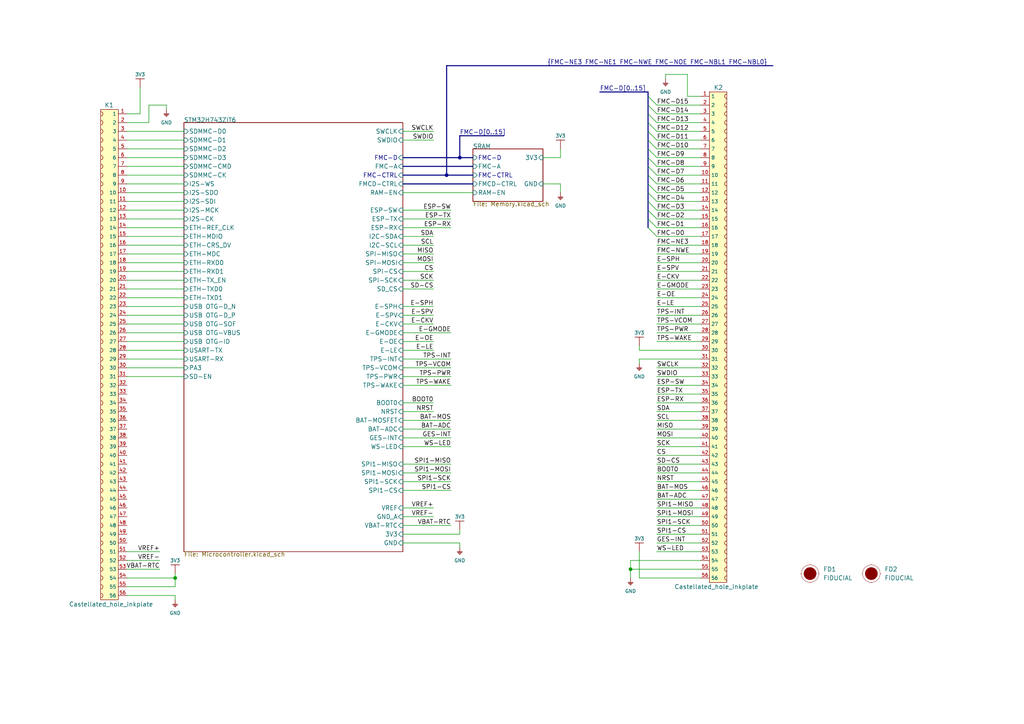
<source format=kicad_sch>
(kicad_sch (version 20211123) (generator eeschema)

  (uuid fa537d02-b519-4f84-8bbb-b7555f509bb1)

  (paper "A4")

  (title_block
    (title "Soldered Inkplate MOTION STM board")
    (date "2024-03-22")
    (rev "V1.0.0.")
    (company "Soldered Electronics")
    (comment 1 "500006")
  )

  (lib_symbols
    (symbol "Castellated_hole_Inkplate_1" (in_bom yes) (on_board yes)
      (property "Reference" "K" (id 0) (at 1.27 71.12 0)
        (effects (font (size 1.27 1.27)))
      )
      (property "Value" "Castellated_hole_Inkplate_1" (id 1) (at 1.27 -74.93 0)
        (effects (font (size 1.27 1.27)))
      )
      (property "Footprint" "e-radionica.com footprinti:Castellated_holes_Inkplate" (id 2) (at 0 0 0)
        (effects (font (size 1.27 1.27)) hide)
      )
      (property "Datasheet" "" (id 3) (at 0 2.54 0)
        (effects (font (size 1.27 1.27)) hide)
      )
      (symbol "Castellated_hole_Inkplate_1_0_1"
        (rectangle (start 0 69.85) (end 5.08 -72.39)
          (stroke (width 0.1524) (type default) (color 0 0 0 0))
          (fill (type background))
        )
        (arc (start 5.0605 -70.485) (mid 4.4447 -71.12) (end 5.0605 -71.755)
          (stroke (width 0.1524) (type default) (color 0 0 0 0))
          (fill (type none))
        )
        (arc (start 5.0605 -67.945) (mid 4.4447 -68.58) (end 5.0605 -69.215)
          (stroke (width 0.1524) (type default) (color 0 0 0 0))
          (fill (type none))
        )
        (arc (start 5.0605 -65.405) (mid 4.4447 -66.04) (end 5.0605 -66.675)
          (stroke (width 0.1524) (type default) (color 0 0 0 0))
          (fill (type none))
        )
        (arc (start 5.0605 -62.865) (mid 4.4447 -63.5) (end 5.0605 -64.135)
          (stroke (width 0.1524) (type default) (color 0 0 0 0))
          (fill (type none))
        )
        (arc (start 5.0605 -60.325) (mid 4.4447 -60.96) (end 5.0605 -61.595)
          (stroke (width 0.1524) (type default) (color 0 0 0 0))
          (fill (type none))
        )
        (arc (start 5.0605 -57.785) (mid 4.4447 -58.42) (end 5.0605 -59.055)
          (stroke (width 0.1524) (type default) (color 0 0 0 0))
          (fill (type none))
        )
        (arc (start 5.0605 -55.245) (mid 4.4447 -55.88) (end 5.0605 -56.515)
          (stroke (width 0.1524) (type default) (color 0 0 0 0))
          (fill (type none))
        )
        (arc (start 5.0605 -52.705) (mid 4.4447 -53.34) (end 5.0605 -53.975)
          (stroke (width 0.1524) (type default) (color 0 0 0 0))
          (fill (type none))
        )
        (arc (start 5.0605 -50.165) (mid 4.4447 -50.8) (end 5.0605 -51.435)
          (stroke (width 0.1524) (type default) (color 0 0 0 0))
          (fill (type none))
        )
        (arc (start 5.0605 -47.625) (mid 4.4447 -48.26) (end 5.0605 -48.895)
          (stroke (width 0.1524) (type default) (color 0 0 0 0))
          (fill (type none))
        )
        (arc (start 5.0605 -45.085) (mid 4.4447 -45.72) (end 5.0605 -46.355)
          (stroke (width 0.1524) (type default) (color 0 0 0 0))
          (fill (type none))
        )
        (arc (start 5.0605 -42.545) (mid 4.4447 -43.18) (end 5.0605 -43.815)
          (stroke (width 0.1524) (type default) (color 0 0 0 0))
          (fill (type none))
        )
        (arc (start 5.0605 -40.005) (mid 4.4447 -40.64) (end 5.0605 -41.275)
          (stroke (width 0.1524) (type default) (color 0 0 0 0))
          (fill (type none))
        )
        (arc (start 5.0605 -37.465) (mid 4.4447 -38.1) (end 5.0605 -38.735)
          (stroke (width 0.1524) (type default) (color 0 0 0 0))
          (fill (type none))
        )
        (arc (start 5.0605 -34.925) (mid 4.4447 -35.56) (end 5.0605 -36.195)
          (stroke (width 0.1524) (type default) (color 0 0 0 0))
          (fill (type none))
        )
        (arc (start 5.0605 -32.385) (mid 4.4447 -33.02) (end 5.0605 -33.655)
          (stroke (width 0.1524) (type default) (color 0 0 0 0))
          (fill (type none))
        )
        (arc (start 5.0605 -29.845) (mid 4.4447 -30.48) (end 5.0605 -31.115)
          (stroke (width 0.1524) (type default) (color 0 0 0 0))
          (fill (type none))
        )
        (arc (start 5.0605 -27.305) (mid 4.4447 -27.94) (end 5.0605 -28.575)
          (stroke (width 0.1524) (type default) (color 0 0 0 0))
          (fill (type none))
        )
        (arc (start 5.0605 -24.765) (mid 4.4447 -25.4) (end 5.0605 -26.035)
          (stroke (width 0.1524) (type default) (color 0 0 0 0))
          (fill (type none))
        )
        (arc (start 5.0605 -22.225) (mid 4.4447 -22.86) (end 5.0605 -23.495)
          (stroke (width 0.1524) (type default) (color 0 0 0 0))
          (fill (type none))
        )
        (arc (start 5.0605 -19.685) (mid 4.4447 -20.32) (end 5.0605 -20.955)
          (stroke (width 0.1524) (type default) (color 0 0 0 0))
          (fill (type none))
        )
        (arc (start 5.0605 -17.145) (mid 4.4447 -17.78) (end 5.0605 -18.415)
          (stroke (width 0.1524) (type default) (color 0 0 0 0))
          (fill (type none))
        )
        (arc (start 5.0605 -14.605) (mid 4.4447 -15.24) (end 5.0605 -15.875)
          (stroke (width 0.1524) (type default) (color 0 0 0 0))
          (fill (type none))
        )
        (arc (start 5.0605 -12.065) (mid 4.4447 -12.7) (end 5.0605 -13.335)
          (stroke (width 0.1524) (type default) (color 0 0 0 0))
          (fill (type none))
        )
        (arc (start 5.0605 -9.525) (mid 4.4447 -10.16) (end 5.0605 -10.795)
          (stroke (width 0.1524) (type default) (color 0 0 0 0))
          (fill (type none))
        )
        (arc (start 5.0605 -6.985) (mid 4.4447 -7.62) (end 5.0605 -8.255)
          (stroke (width 0.1524) (type default) (color 0 0 0 0))
          (fill (type none))
        )
        (arc (start 5.0605 -4.445) (mid 4.4447 -5.08) (end 5.0605 -5.715)
          (stroke (width 0.1524) (type default) (color 0 0 0 0))
          (fill (type none))
        )
        (arc (start 5.0605 -1.905) (mid 4.4447 -2.54) (end 5.0605 -3.175)
          (stroke (width 0.1524) (type default) (color 0 0 0 0))
          (fill (type none))
        )
        (arc (start 5.0605 0.635) (mid 4.4447 0) (end 5.0605 -0.635)
          (stroke (width 0.1524) (type default) (color 0 0 0 0))
          (fill (type none))
        )
        (arc (start 5.0605 3.175) (mid 4.4447 2.54) (end 5.0605 1.905)
          (stroke (width 0.1524) (type default) (color 0 0 0 0))
          (fill (type none))
        )
        (arc (start 5.0605 5.715) (mid 4.4447 5.08) (end 5.0605 4.445)
          (stroke (width 0.1524) (type default) (color 0 0 0 0))
          (fill (type none))
        )
        (arc (start 5.0605 8.255) (mid 4.4447 7.62) (end 5.0605 6.985)
          (stroke (width 0.1524) (type default) (color 0 0 0 0))
          (fill (type none))
        )
        (arc (start 5.0605 10.795) (mid 4.4447 10.16) (end 5.0605 9.525)
          (stroke (width 0.1524) (type default) (color 0 0 0 0))
          (fill (type none))
        )
        (arc (start 5.0605 13.335) (mid 4.4447 12.7) (end 5.0605 12.065)
          (stroke (width 0.1524) (type default) (color 0 0 0 0))
          (fill (type none))
        )
        (arc (start 5.0605 15.875) (mid 4.4447 15.24) (end 5.0605 14.605)
          (stroke (width 0.1524) (type default) (color 0 0 0 0))
          (fill (type none))
        )
        (arc (start 5.0605 18.415) (mid 4.4447 17.78) (end 5.0605 17.145)
          (stroke (width 0.1524) (type default) (color 0 0 0 0))
          (fill (type none))
        )
        (arc (start 5.0605 20.955) (mid 4.4447 20.32) (end 5.0605 19.685)
          (stroke (width 0.1524) (type default) (color 0 0 0 0))
          (fill (type none))
        )
        (arc (start 5.0605 23.495) (mid 4.4447 22.86) (end 5.0605 22.225)
          (stroke (width 0.1524) (type default) (color 0 0 0 0))
          (fill (type none))
        )
        (arc (start 5.0605 26.035) (mid 4.4447 25.4) (end 5.0605 24.765)
          (stroke (width 0.1524) (type default) (color 0 0 0 0))
          (fill (type none))
        )
        (arc (start 5.0605 28.575) (mid 4.4447 27.94) (end 5.0605 27.305)
          (stroke (width 0.1524) (type default) (color 0 0 0 0))
          (fill (type none))
        )
        (arc (start 5.0605 31.115) (mid 4.4447 30.48) (end 5.0605 29.845)
          (stroke (width 0.1524) (type default) (color 0 0 0 0))
          (fill (type none))
        )
        (arc (start 5.0605 33.655) (mid 4.4447 33.02) (end 5.0605 32.385)
          (stroke (width 0.1524) (type default) (color 0 0 0 0))
          (fill (type none))
        )
        (arc (start 5.0605 36.195) (mid 4.4447 35.56) (end 5.0605 34.925)
          (stroke (width 0.1524) (type default) (color 0 0 0 0))
          (fill (type none))
        )
        (arc (start 5.0605 38.735) (mid 4.4447 38.1) (end 5.0605 37.465)
          (stroke (width 0.1524) (type default) (color 0 0 0 0))
          (fill (type none))
        )
        (arc (start 5.0605 41.275) (mid 4.4447 40.64) (end 5.0605 40.005)
          (stroke (width 0.1524) (type default) (color 0 0 0 0))
          (fill (type none))
        )
        (arc (start 5.0605 43.815) (mid 4.4447 43.18) (end 5.0605 42.545)
          (stroke (width 0.1524) (type default) (color 0 0 0 0))
          (fill (type none))
        )
        (arc (start 5.0605 46.355) (mid 4.4447 45.72) (end 5.0605 45.085)
          (stroke (width 0.1524) (type default) (color 0 0 0 0))
          (fill (type none))
        )
        (arc (start 5.0605 48.895) (mid 4.4447 48.26) (end 5.0605 47.625)
          (stroke (width 0.1524) (type default) (color 0 0 0 0))
          (fill (type none))
        )
        (arc (start 5.0605 51.435) (mid 4.4447 50.8) (end 5.0605 50.165)
          (stroke (width 0.1524) (type default) (color 0 0 0 0))
          (fill (type none))
        )
        (arc (start 5.0605 53.975) (mid 4.4447 53.34) (end 5.0605 52.705)
          (stroke (width 0.1524) (type default) (color 0 0 0 0))
          (fill (type none))
        )
        (arc (start 5.0605 56.515) (mid 4.4447 55.88) (end 5.0605 55.245)
          (stroke (width 0.1524) (type default) (color 0 0 0 0))
          (fill (type none))
        )
        (arc (start 5.0605 59.055) (mid 4.4447 58.42) (end 5.0605 57.785)
          (stroke (width 0.1524) (type default) (color 0 0 0 0))
          (fill (type none))
        )
        (arc (start 5.0605 61.595) (mid 4.4447 60.96) (end 5.0605 60.325)
          (stroke (width 0.1524) (type default) (color 0 0 0 0))
          (fill (type none))
        )
        (arc (start 5.0605 64.135) (mid 4.4447 63.5) (end 5.0605 62.865)
          (stroke (width 0.1524) (type default) (color 0 0 0 0))
          (fill (type none))
        )
        (arc (start 5.0605 66.675) (mid 4.4447 66.04) (end 5.0605 65.405)
          (stroke (width 0.1524) (type default) (color 0 0 0 0))
          (fill (type none))
        )
        (arc (start 5.0605 69.215) (mid 4.4447 68.58) (end 5.0605 67.945)
          (stroke (width 0.1524) (type default) (color 0 0 0 0))
          (fill (type none))
        )
      )
      (symbol "Castellated_hole_Inkplate_1_1_1"
        (pin input line (at -2.54 68.58 0) (length 2.54)
          (name "1" (effects (font (size 1 1))))
          (number "1" (effects (font (size 1 1))))
        )
        (pin input line (at -2.54 45.72 0) (length 2.54)
          (name "10" (effects (font (size 1 1))))
          (number "10" (effects (font (size 1 1))))
        )
        (pin input line (at -2.54 43.18 0) (length 2.54)
          (name "11" (effects (font (size 1 1))))
          (number "11" (effects (font (size 1 1))))
        )
        (pin input line (at -2.54 40.64 0) (length 2.54)
          (name "12" (effects (font (size 1 1))))
          (number "12" (effects (font (size 1 1))))
        )
        (pin input line (at -2.54 38.1 0) (length 2.54)
          (name "13" (effects (font (size 1 1))))
          (number "13" (effects (font (size 1 1))))
        )
        (pin input line (at -2.54 35.56 0) (length 2.54)
          (name "14" (effects (font (size 1 1))))
          (number "14" (effects (font (size 1 1))))
        )
        (pin input line (at -2.54 33.02 0) (length 2.54)
          (name "15" (effects (font (size 1 1))))
          (number "15" (effects (font (size 1 1))))
        )
        (pin input line (at -2.54 30.48 0) (length 2.54)
          (name "16" (effects (font (size 1 1))))
          (number "16" (effects (font (size 1 1))))
        )
        (pin input line (at -2.54 27.94 0) (length 2.54)
          (name "17" (effects (font (size 1 1))))
          (number "17" (effects (font (size 1 1))))
        )
        (pin input line (at -2.54 25.4 0) (length 2.54)
          (name "18" (effects (font (size 1 1))))
          (number "18" (effects (font (size 1 1))))
        )
        (pin input line (at -2.54 22.86 0) (length 2.54)
          (name "19" (effects (font (size 1 1))))
          (number "19" (effects (font (size 1 1))))
        )
        (pin input line (at -2.54 66.04 0) (length 2.54)
          (name "2" (effects (font (size 1 1))))
          (number "2" (effects (font (size 1 1))))
        )
        (pin input line (at -2.54 20.32 0) (length 2.54)
          (name "20" (effects (font (size 1 1))))
          (number "20" (effects (font (size 1 1))))
        )
        (pin input line (at -2.54 17.78 0) (length 2.54)
          (name "21" (effects (font (size 1 1))))
          (number "21" (effects (font (size 1 1))))
        )
        (pin input line (at -2.54 15.24 0) (length 2.54)
          (name "22" (effects (font (size 1 1))))
          (number "22" (effects (font (size 1 1))))
        )
        (pin input line (at -2.54 12.7 0) (length 2.54)
          (name "23" (effects (font (size 1 1))))
          (number "23" (effects (font (size 1 1))))
        )
        (pin input line (at -2.54 10.16 0) (length 2.54)
          (name "24" (effects (font (size 1 1))))
          (number "24" (effects (font (size 1 1))))
        )
        (pin input line (at -2.54 7.62 0) (length 2.54)
          (name "25" (effects (font (size 1 1))))
          (number "25" (effects (font (size 1 1))))
        )
        (pin input line (at -2.54 5.08 0) (length 2.54)
          (name "26" (effects (font (size 1 1))))
          (number "26" (effects (font (size 1 1))))
        )
        (pin input line (at -2.54 2.54 0) (length 2.54)
          (name "27" (effects (font (size 1 1))))
          (number "27" (effects (font (size 1 1))))
        )
        (pin input line (at -2.54 0 0) (length 2.54)
          (name "28" (effects (font (size 1 1))))
          (number "28" (effects (font (size 1 1))))
        )
        (pin input line (at -2.54 -2.54 0) (length 2.54)
          (name "29" (effects (font (size 1 1))))
          (number "29" (effects (font (size 1 1))))
        )
        (pin input line (at -2.54 63.5 0) (length 2.54)
          (name "3" (effects (font (size 1 1))))
          (number "3" (effects (font (size 1 1))))
        )
        (pin input line (at -2.54 -5.08 0) (length 2.54)
          (name "30" (effects (font (size 1 1))))
          (number "30" (effects (font (size 1 1))))
        )
        (pin input line (at -2.54 -7.62 0) (length 2.54)
          (name "31" (effects (font (size 1 1))))
          (number "31" (effects (font (size 1 1))))
        )
        (pin input line (at -2.54 -10.16 0) (length 2.54)
          (name "32" (effects (font (size 1 1))))
          (number "32" (effects (font (size 1 1))))
        )
        (pin input line (at -2.54 -12.7 0) (length 2.54)
          (name "33" (effects (font (size 1 1))))
          (number "33" (effects (font (size 1 1))))
        )
        (pin input line (at -2.54 -15.24 0) (length 2.54)
          (name "34" (effects (font (size 1 1))))
          (number "34" (effects (font (size 1 1))))
        )
        (pin input line (at -2.54 -17.78 0) (length 2.54)
          (name "35" (effects (font (size 1 1))))
          (number "35" (effects (font (size 1 1))))
        )
        (pin input line (at -2.54 -20.32 0) (length 2.54)
          (name "36" (effects (font (size 1 1))))
          (number "36" (effects (font (size 1 1))))
        )
        (pin input line (at -2.54 -22.86 0) (length 2.54)
          (name "37" (effects (font (size 1 1))))
          (number "37" (effects (font (size 1 1))))
        )
        (pin input line (at -2.54 -25.4 0) (length 2.54)
          (name "38" (effects (font (size 1 1))))
          (number "38" (effects (font (size 1 1))))
        )
        (pin input line (at -2.54 -27.94 0) (length 2.54)
          (name "39" (effects (font (size 1 1))))
          (number "39" (effects (font (size 1 1))))
        )
        (pin input line (at -2.54 60.96 0) (length 2.54)
          (name "4" (effects (font (size 1 1))))
          (number "4" (effects (font (size 1 1))))
        )
        (pin input line (at -2.54 -30.48 0) (length 2.54)
          (name "40" (effects (font (size 1 1))))
          (number "40" (effects (font (size 1 1))))
        )
        (pin input line (at -2.54 -33.02 0) (length 2.54)
          (name "41" (effects (font (size 1 1))))
          (number "41" (effects (font (size 1 1))))
        )
        (pin input line (at -2.54 -35.56 0) (length 2.54)
          (name "42" (effects (font (size 1 1))))
          (number "42" (effects (font (size 1 1))))
        )
        (pin input line (at -2.54 -38.1 0) (length 2.54)
          (name "43" (effects (font (size 1 1))))
          (number "43" (effects (font (size 1 1))))
        )
        (pin input line (at -2.54 -40.64 0) (length 2.54)
          (name "44" (effects (font (size 1 1))))
          (number "44" (effects (font (size 1 1))))
        )
        (pin input line (at -2.54 -43.18 0) (length 2.54)
          (name "45" (effects (font (size 1 1))))
          (number "45" (effects (font (size 1 1))))
        )
        (pin input line (at -2.54 -45.72 0) (length 2.54)
          (name "46" (effects (font (size 1 1))))
          (number "46" (effects (font (size 1 1))))
        )
        (pin input line (at -2.54 -48.26 0) (length 2.54)
          (name "47" (effects (font (size 1 1))))
          (number "47" (effects (font (size 1 1))))
        )
        (pin input line (at -2.54 -50.8 0) (length 2.54)
          (name "48" (effects (font (size 1 1))))
          (number "48" (effects (font (size 1 1))))
        )
        (pin input line (at -2.54 -53.34 0) (length 2.54)
          (name "49" (effects (font (size 1 1))))
          (number "49" (effects (font (size 1 1))))
        )
        (pin input line (at -2.54 58.42 0) (length 2.54)
          (name "5" (effects (font (size 1 1))))
          (number "5" (effects (font (size 1 1))))
        )
        (pin input line (at -2.54 -55.88 0) (length 2.54)
          (name "50" (effects (font (size 1 1))))
          (number "50" (effects (font (size 1 1))))
        )
        (pin input line (at -2.54 -58.42 0) (length 2.54)
          (name "51" (effects (font (size 1 1))))
          (number "51" (effects (font (size 1 1))))
        )
        (pin input line (at -2.54 -60.96 0) (length 2.54)
          (name "52" (effects (font (size 1 1))))
          (number "52" (effects (font (size 1 1))))
        )
        (pin input line (at -2.54 -63.5 0) (length 2.54)
          (name "53" (effects (font (size 1 1))))
          (number "53" (effects (font (size 1 1))))
        )
        (pin input line (at -2.54 -66.04 0) (length 2.54)
          (name "54" (effects (font (size 1 1))))
          (number "54" (effects (font (size 1 1))))
        )
        (pin input line (at -2.54 -68.58 0) (length 2.54)
          (name "55" (effects (font (size 1 1))))
          (number "55" (effects (font (size 1 1))))
        )
        (pin input line (at -2.54 -71.12 0) (length 2.54)
          (name "56" (effects (font (size 1 1))))
          (number "56" (effects (font (size 1 1))))
        )
        (pin input line (at -2.54 55.88 0) (length 2.54)
          (name "6" (effects (font (size 1 1))))
          (number "6" (effects (font (size 1 1))))
        )
        (pin input line (at -2.54 53.34 0) (length 2.54)
          (name "7" (effects (font (size 1 1))))
          (number "7" (effects (font (size 1 1))))
        )
        (pin input line (at -2.54 50.8 0) (length 2.54)
          (name "8" (effects (font (size 1 1))))
          (number "8" (effects (font (size 1 1))))
        )
        (pin input line (at -2.54 48.26 0) (length 2.54)
          (name "9" (effects (font (size 1 1))))
          (number "9" (effects (font (size 1 1))))
        )
      )
    )
    (symbol "e-radionica.com schematics:3V3" (power) (pin_names (offset 0)) (in_bom yes) (on_board yes)
      (property "Reference" "#PWR" (id 0) (at 4.445 0 0)
        (effects (font (size 1 1)) hide)
      )
      (property "Value" "3V3" (id 1) (at 0 3.556 0)
        (effects (font (size 1 1)))
      )
      (property "Footprint" "" (id 2) (at 4.445 3.81 0)
        (effects (font (size 1 1)) hide)
      )
      (property "Datasheet" "" (id 3) (at 4.445 3.81 0)
        (effects (font (size 1 1)) hide)
      )
      (property "ki_keywords" "power-flag" (id 4) (at 0 0 0)
        (effects (font (size 1.27 1.27)) hide)
      )
      (property "ki_description" "Power symbol creates a global label with name \"3V3\"" (id 5) (at 0 0 0)
        (effects (font (size 1.27 1.27)) hide)
      )
      (symbol "3V3_0_1"
        (polyline
          (pts
            (xy -1.27 2.54)
            (xy 1.27 2.54)
          )
          (stroke (width 0.16) (type default) (color 0 0 0 0))
          (fill (type none))
        )
        (polyline
          (pts
            (xy 0 0)
            (xy 0 2.54)
          )
          (stroke (width 0) (type default) (color 0 0 0 0))
          (fill (type none))
        )
      )
      (symbol "3V3_1_1"
        (pin power_in line (at 0 0 90) (length 0) hide
          (name "3V3" (effects (font (size 1.27 1.27))))
          (number "1" (effects (font (size 1.27 1.27))))
        )
      )
    )
    (symbol "e-radionica.com schematics:Castellated_hole_Inkplate" (in_bom yes) (on_board yes)
      (property "Reference" "K" (id 0) (at 1.27 71.12 0)
        (effects (font (size 1.27 1.27)))
      )
      (property "Value" "Castellated_hole_Inkplate" (id 1) (at 1.27 -74.93 0)
        (effects (font (size 1.27 1.27)))
      )
      (property "Footprint" "e-radionica.com footprinti:Castellated_holes_Inkplate" (id 2) (at 0 0 0)
        (effects (font (size 1.27 1.27)) hide)
      )
      (property "Datasheet" "" (id 3) (at 0 2.54 0)
        (effects (font (size 1.27 1.27)) hide)
      )
      (symbol "Castellated_hole_Inkplate_0_1"
        (rectangle (start 0 69.85) (end 5.08 -72.39)
          (stroke (width 0.1524) (type default) (color 0 0 0 0))
          (fill (type background))
        )
        (arc (start 5.0605 -70.485) (mid 4.4447 -71.12) (end 5.0605 -71.755)
          (stroke (width 0.1524) (type default) (color 0 0 0 0))
          (fill (type none))
        )
        (arc (start 5.0605 -67.945) (mid 4.4447 -68.58) (end 5.0605 -69.215)
          (stroke (width 0.1524) (type default) (color 0 0 0 0))
          (fill (type none))
        )
        (arc (start 5.0605 -65.405) (mid 4.4447 -66.04) (end 5.0605 -66.675)
          (stroke (width 0.1524) (type default) (color 0 0 0 0))
          (fill (type none))
        )
        (arc (start 5.0605 -62.865) (mid 4.4447 -63.5) (end 5.0605 -64.135)
          (stroke (width 0.1524) (type default) (color 0 0 0 0))
          (fill (type none))
        )
        (arc (start 5.0605 -60.325) (mid 4.4447 -60.96) (end 5.0605 -61.595)
          (stroke (width 0.1524) (type default) (color 0 0 0 0))
          (fill (type none))
        )
        (arc (start 5.0605 -57.785) (mid 4.4447 -58.42) (end 5.0605 -59.055)
          (stroke (width 0.1524) (type default) (color 0 0 0 0))
          (fill (type none))
        )
        (arc (start 5.0605 -55.245) (mid 4.4447 -55.88) (end 5.0605 -56.515)
          (stroke (width 0.1524) (type default) (color 0 0 0 0))
          (fill (type none))
        )
        (arc (start 5.0605 -52.705) (mid 4.4447 -53.34) (end 5.0605 -53.975)
          (stroke (width 0.1524) (type default) (color 0 0 0 0))
          (fill (type none))
        )
        (arc (start 5.0605 -50.165) (mid 4.4447 -50.8) (end 5.0605 -51.435)
          (stroke (width 0.1524) (type default) (color 0 0 0 0))
          (fill (type none))
        )
        (arc (start 5.0605 -47.625) (mid 4.4447 -48.26) (end 5.0605 -48.895)
          (stroke (width 0.1524) (type default) (color 0 0 0 0))
          (fill (type none))
        )
        (arc (start 5.0605 -45.085) (mid 4.4447 -45.72) (end 5.0605 -46.355)
          (stroke (width 0.1524) (type default) (color 0 0 0 0))
          (fill (type none))
        )
        (arc (start 5.0605 -42.545) (mid 4.4447 -43.18) (end 5.0605 -43.815)
          (stroke (width 0.1524) (type default) (color 0 0 0 0))
          (fill (type none))
        )
        (arc (start 5.0605 -40.005) (mid 4.4447 -40.64) (end 5.0605 -41.275)
          (stroke (width 0.1524) (type default) (color 0 0 0 0))
          (fill (type none))
        )
        (arc (start 5.0605 -37.465) (mid 4.4447 -38.1) (end 5.0605 -38.735)
          (stroke (width 0.1524) (type default) (color 0 0 0 0))
          (fill (type none))
        )
        (arc (start 5.0605 -34.925) (mid 4.4447 -35.56) (end 5.0605 -36.195)
          (stroke (width 0.1524) (type default) (color 0 0 0 0))
          (fill (type none))
        )
        (arc (start 5.0605 -32.385) (mid 4.4447 -33.02) (end 5.0605 -33.655)
          (stroke (width 0.1524) (type default) (color 0 0 0 0))
          (fill (type none))
        )
        (arc (start 5.0605 -29.845) (mid 4.4447 -30.48) (end 5.0605 -31.115)
          (stroke (width 0.1524) (type default) (color 0 0 0 0))
          (fill (type none))
        )
        (arc (start 5.0605 -27.305) (mid 4.4447 -27.94) (end 5.0605 -28.575)
          (stroke (width 0.1524) (type default) (color 0 0 0 0))
          (fill (type none))
        )
        (arc (start 5.0605 -24.765) (mid 4.4447 -25.4) (end 5.0605 -26.035)
          (stroke (width 0.1524) (type default) (color 0 0 0 0))
          (fill (type none))
        )
        (arc (start 5.0605 -22.225) (mid 4.4447 -22.86) (end 5.0605 -23.495)
          (stroke (width 0.1524) (type default) (color 0 0 0 0))
          (fill (type none))
        )
        (arc (start 5.0605 -19.685) (mid 4.4447 -20.32) (end 5.0605 -20.955)
          (stroke (width 0.1524) (type default) (color 0 0 0 0))
          (fill (type none))
        )
        (arc (start 5.0605 -17.145) (mid 4.4447 -17.78) (end 5.0605 -18.415)
          (stroke (width 0.1524) (type default) (color 0 0 0 0))
          (fill (type none))
        )
        (arc (start 5.0605 -14.605) (mid 4.4447 -15.24) (end 5.0605 -15.875)
          (stroke (width 0.1524) (type default) (color 0 0 0 0))
          (fill (type none))
        )
        (arc (start 5.0605 -12.065) (mid 4.4447 -12.7) (end 5.0605 -13.335)
          (stroke (width 0.1524) (type default) (color 0 0 0 0))
          (fill (type none))
        )
        (arc (start 5.0605 -9.525) (mid 4.4447 -10.16) (end 5.0605 -10.795)
          (stroke (width 0.1524) (type default) (color 0 0 0 0))
          (fill (type none))
        )
        (arc (start 5.0605 -6.985) (mid 4.4447 -7.62) (end 5.0605 -8.255)
          (stroke (width 0.1524) (type default) (color 0 0 0 0))
          (fill (type none))
        )
        (arc (start 5.0605 -4.445) (mid 4.4447 -5.08) (end 5.0605 -5.715)
          (stroke (width 0.1524) (type default) (color 0 0 0 0))
          (fill (type none))
        )
        (arc (start 5.0605 -1.905) (mid 4.4447 -2.54) (end 5.0605 -3.175)
          (stroke (width 0.1524) (type default) (color 0 0 0 0))
          (fill (type none))
        )
        (arc (start 5.0605 0.635) (mid 4.4447 0) (end 5.0605 -0.635)
          (stroke (width 0.1524) (type default) (color 0 0 0 0))
          (fill (type none))
        )
        (arc (start 5.0605 3.175) (mid 4.4447 2.54) (end 5.0605 1.905)
          (stroke (width 0.1524) (type default) (color 0 0 0 0))
          (fill (type none))
        )
        (arc (start 5.0605 5.715) (mid 4.4447 5.08) (end 5.0605 4.445)
          (stroke (width 0.1524) (type default) (color 0 0 0 0))
          (fill (type none))
        )
        (arc (start 5.0605 8.255) (mid 4.4447 7.62) (end 5.0605 6.985)
          (stroke (width 0.1524) (type default) (color 0 0 0 0))
          (fill (type none))
        )
        (arc (start 5.0605 10.795) (mid 4.4447 10.16) (end 5.0605 9.525)
          (stroke (width 0.1524) (type default) (color 0 0 0 0))
          (fill (type none))
        )
        (arc (start 5.0605 13.335) (mid 4.4447 12.7) (end 5.0605 12.065)
          (stroke (width 0.1524) (type default) (color 0 0 0 0))
          (fill (type none))
        )
        (arc (start 5.0605 15.875) (mid 4.4447 15.24) (end 5.0605 14.605)
          (stroke (width 0.1524) (type default) (color 0 0 0 0))
          (fill (type none))
        )
        (arc (start 5.0605 18.415) (mid 4.4447 17.78) (end 5.0605 17.145)
          (stroke (width 0.1524) (type default) (color 0 0 0 0))
          (fill (type none))
        )
        (arc (start 5.0605 20.955) (mid 4.4447 20.32) (end 5.0605 19.685)
          (stroke (width 0.1524) (type default) (color 0 0 0 0))
          (fill (type none))
        )
        (arc (start 5.0605 23.495) (mid 4.4447 22.86) (end 5.0605 22.225)
          (stroke (width 0.1524) (type default) (color 0 0 0 0))
          (fill (type none))
        )
        (arc (start 5.0605 26.035) (mid 4.4447 25.4) (end 5.0605 24.765)
          (stroke (width 0.1524) (type default) (color 0 0 0 0))
          (fill (type none))
        )
        (arc (start 5.0605 28.575) (mid 4.4447 27.94) (end 5.0605 27.305)
          (stroke (width 0.1524) (type default) (color 0 0 0 0))
          (fill (type none))
        )
        (arc (start 5.0605 31.115) (mid 4.4447 30.48) (end 5.0605 29.845)
          (stroke (width 0.1524) (type default) (color 0 0 0 0))
          (fill (type none))
        )
        (arc (start 5.0605 33.655) (mid 4.4447 33.02) (end 5.0605 32.385)
          (stroke (width 0.1524) (type default) (color 0 0 0 0))
          (fill (type none))
        )
        (arc (start 5.0605 36.195) (mid 4.4447 35.56) (end 5.0605 34.925)
          (stroke (width 0.1524) (type default) (color 0 0 0 0))
          (fill (type none))
        )
        (arc (start 5.0605 38.735) (mid 4.4447 38.1) (end 5.0605 37.465)
          (stroke (width 0.1524) (type default) (color 0 0 0 0))
          (fill (type none))
        )
        (arc (start 5.0605 41.275) (mid 4.4447 40.64) (end 5.0605 40.005)
          (stroke (width 0.1524) (type default) (color 0 0 0 0))
          (fill (type none))
        )
        (arc (start 5.0605 43.815) (mid 4.4447 43.18) (end 5.0605 42.545)
          (stroke (width 0.1524) (type default) (color 0 0 0 0))
          (fill (type none))
        )
        (arc (start 5.0605 46.355) (mid 4.4447 45.72) (end 5.0605 45.085)
          (stroke (width 0.1524) (type default) (color 0 0 0 0))
          (fill (type none))
        )
        (arc (start 5.0605 48.895) (mid 4.4447 48.26) (end 5.0605 47.625)
          (stroke (width 0.1524) (type default) (color 0 0 0 0))
          (fill (type none))
        )
        (arc (start 5.0605 51.435) (mid 4.4447 50.8) (end 5.0605 50.165)
          (stroke (width 0.1524) (type default) (color 0 0 0 0))
          (fill (type none))
        )
        (arc (start 5.0605 53.975) (mid 4.4447 53.34) (end 5.0605 52.705)
          (stroke (width 0.1524) (type default) (color 0 0 0 0))
          (fill (type none))
        )
        (arc (start 5.0605 56.515) (mid 4.4447 55.88) (end 5.0605 55.245)
          (stroke (width 0.1524) (type default) (color 0 0 0 0))
          (fill (type none))
        )
        (arc (start 5.0605 59.055) (mid 4.4447 58.42) (end 5.0605 57.785)
          (stroke (width 0.1524) (type default) (color 0 0 0 0))
          (fill (type none))
        )
        (arc (start 5.0605 61.595) (mid 4.4447 60.96) (end 5.0605 60.325)
          (stroke (width 0.1524) (type default) (color 0 0 0 0))
          (fill (type none))
        )
        (arc (start 5.0605 64.135) (mid 4.4447 63.5) (end 5.0605 62.865)
          (stroke (width 0.1524) (type default) (color 0 0 0 0))
          (fill (type none))
        )
        (arc (start 5.0605 66.675) (mid 4.4447 66.04) (end 5.0605 65.405)
          (stroke (width 0.1524) (type default) (color 0 0 0 0))
          (fill (type none))
        )
        (arc (start 5.0605 69.215) (mid 4.4447 68.58) (end 5.0605 67.945)
          (stroke (width 0.1524) (type default) (color 0 0 0 0))
          (fill (type none))
        )
      )
      (symbol "Castellated_hole_Inkplate_1_1"
        (pin input line (at -2.54 68.58 0) (length 2.54)
          (name "1" (effects (font (size 1 1))))
          (number "1" (effects (font (size 1 1))))
        )
        (pin input line (at -2.54 45.72 0) (length 2.54)
          (name "10" (effects (font (size 1 1))))
          (number "10" (effects (font (size 1 1))))
        )
        (pin input line (at -2.54 43.18 0) (length 2.54)
          (name "11" (effects (font (size 1 1))))
          (number "11" (effects (font (size 1 1))))
        )
        (pin input line (at -2.54 40.64 0) (length 2.54)
          (name "12" (effects (font (size 1 1))))
          (number "12" (effects (font (size 1 1))))
        )
        (pin input line (at -2.54 38.1 0) (length 2.54)
          (name "13" (effects (font (size 1 1))))
          (number "13" (effects (font (size 1 1))))
        )
        (pin input line (at -2.54 35.56 0) (length 2.54)
          (name "14" (effects (font (size 1 1))))
          (number "14" (effects (font (size 1 1))))
        )
        (pin input line (at -2.54 33.02 0) (length 2.54)
          (name "15" (effects (font (size 1 1))))
          (number "15" (effects (font (size 1 1))))
        )
        (pin input line (at -2.54 30.48 0) (length 2.54)
          (name "16" (effects (font (size 1 1))))
          (number "16" (effects (font (size 1 1))))
        )
        (pin input line (at -2.54 27.94 0) (length 2.54)
          (name "17" (effects (font (size 1 1))))
          (number "17" (effects (font (size 1 1))))
        )
        (pin input line (at -2.54 25.4 0) (length 2.54)
          (name "18" (effects (font (size 1 1))))
          (number "18" (effects (font (size 1 1))))
        )
        (pin input line (at -2.54 22.86 0) (length 2.54)
          (name "19" (effects (font (size 1 1))))
          (number "19" (effects (font (size 1 1))))
        )
        (pin input line (at -2.54 66.04 0) (length 2.54)
          (name "2" (effects (font (size 1 1))))
          (number "2" (effects (font (size 1 1))))
        )
        (pin input line (at -2.54 20.32 0) (length 2.54)
          (name "20" (effects (font (size 1 1))))
          (number "20" (effects (font (size 1 1))))
        )
        (pin input line (at -2.54 17.78 0) (length 2.54)
          (name "21" (effects (font (size 1 1))))
          (number "21" (effects (font (size 1 1))))
        )
        (pin input line (at -2.54 15.24 0) (length 2.54)
          (name "22" (effects (font (size 1 1))))
          (number "22" (effects (font (size 1 1))))
        )
        (pin input line (at -2.54 12.7 0) (length 2.54)
          (name "23" (effects (font (size 1 1))))
          (number "23" (effects (font (size 1 1))))
        )
        (pin input line (at -2.54 10.16 0) (length 2.54)
          (name "24" (effects (font (size 1 1))))
          (number "24" (effects (font (size 1 1))))
        )
        (pin input line (at -2.54 7.62 0) (length 2.54)
          (name "25" (effects (font (size 1 1))))
          (number "25" (effects (font (size 1 1))))
        )
        (pin input line (at -2.54 5.08 0) (length 2.54)
          (name "26" (effects (font (size 1 1))))
          (number "26" (effects (font (size 1 1))))
        )
        (pin input line (at -2.54 2.54 0) (length 2.54)
          (name "27" (effects (font (size 1 1))))
          (number "27" (effects (font (size 1 1))))
        )
        (pin input line (at -2.54 0 0) (length 2.54)
          (name "28" (effects (font (size 1 1))))
          (number "28" (effects (font (size 1 1))))
        )
        (pin input line (at -2.54 -2.54 0) (length 2.54)
          (name "29" (effects (font (size 1 1))))
          (number "29" (effects (font (size 1 1))))
        )
        (pin input line (at -2.54 63.5 0) (length 2.54)
          (name "3" (effects (font (size 1 1))))
          (number "3" (effects (font (size 1 1))))
        )
        (pin input line (at -2.54 -5.08 0) (length 2.54)
          (name "30" (effects (font (size 1 1))))
          (number "30" (effects (font (size 1 1))))
        )
        (pin input line (at -2.54 -7.62 0) (length 2.54)
          (name "31" (effects (font (size 1 1))))
          (number "31" (effects (font (size 1 1))))
        )
        (pin input line (at -2.54 -10.16 0) (length 2.54)
          (name "32" (effects (font (size 1 1))))
          (number "32" (effects (font (size 1 1))))
        )
        (pin input line (at -2.54 -12.7 0) (length 2.54)
          (name "33" (effects (font (size 1 1))))
          (number "33" (effects (font (size 1 1))))
        )
        (pin input line (at -2.54 -15.24 0) (length 2.54)
          (name "34" (effects (font (size 1 1))))
          (number "34" (effects (font (size 1 1))))
        )
        (pin input line (at -2.54 -17.78 0) (length 2.54)
          (name "35" (effects (font (size 1 1))))
          (number "35" (effects (font (size 1 1))))
        )
        (pin input line (at -2.54 -20.32 0) (length 2.54)
          (name "36" (effects (font (size 1 1))))
          (number "36" (effects (font (size 1 1))))
        )
        (pin input line (at -2.54 -22.86 0) (length 2.54)
          (name "37" (effects (font (size 1 1))))
          (number "37" (effects (font (size 1 1))))
        )
        (pin input line (at -2.54 -25.4 0) (length 2.54)
          (name "38" (effects (font (size 1 1))))
          (number "38" (effects (font (size 1 1))))
        )
        (pin input line (at -2.54 -27.94 0) (length 2.54)
          (name "39" (effects (font (size 1 1))))
          (number "39" (effects (font (size 1 1))))
        )
        (pin input line (at -2.54 60.96 0) (length 2.54)
          (name "4" (effects (font (size 1 1))))
          (number "4" (effects (font (size 1 1))))
        )
        (pin input line (at -2.54 -30.48 0) (length 2.54)
          (name "40" (effects (font (size 1 1))))
          (number "40" (effects (font (size 1 1))))
        )
        (pin input line (at -2.54 -33.02 0) (length 2.54)
          (name "41" (effects (font (size 1 1))))
          (number "41" (effects (font (size 1 1))))
        )
        (pin input line (at -2.54 -35.56 0) (length 2.54)
          (name "42" (effects (font (size 1 1))))
          (number "42" (effects (font (size 1 1))))
        )
        (pin input line (at -2.54 -38.1 0) (length 2.54)
          (name "43" (effects (font (size 1 1))))
          (number "43" (effects (font (size 1 1))))
        )
        (pin input line (at -2.54 -40.64 0) (length 2.54)
          (name "44" (effects (font (size 1 1))))
          (number "44" (effects (font (size 1 1))))
        )
        (pin input line (at -2.54 -43.18 0) (length 2.54)
          (name "45" (effects (font (size 1 1))))
          (number "45" (effects (font (size 1 1))))
        )
        (pin input line (at -2.54 -45.72 0) (length 2.54)
          (name "46" (effects (font (size 1 1))))
          (number "46" (effects (font (size 1 1))))
        )
        (pin input line (at -2.54 -48.26 0) (length 2.54)
          (name "47" (effects (font (size 1 1))))
          (number "47" (effects (font (size 1 1))))
        )
        (pin input line (at -2.54 -50.8 0) (length 2.54)
          (name "48" (effects (font (size 1 1))))
          (number "48" (effects (font (size 1 1))))
        )
        (pin input line (at -2.54 -53.34 0) (length 2.54)
          (name "49" (effects (font (size 1 1))))
          (number "49" (effects (font (size 1 1))))
        )
        (pin input line (at -2.54 58.42 0) (length 2.54)
          (name "5" (effects (font (size 1 1))))
          (number "5" (effects (font (size 1 1))))
        )
        (pin input line (at -2.54 -55.88 0) (length 2.54)
          (name "50" (effects (font (size 1 1))))
          (number "50" (effects (font (size 1 1))))
        )
        (pin input line (at -2.54 -58.42 0) (length 2.54)
          (name "51" (effects (font (size 1 1))))
          (number "51" (effects (font (size 1 1))))
        )
        (pin input line (at -2.54 -60.96 0) (length 2.54)
          (name "52" (effects (font (size 1 1))))
          (number "52" (effects (font (size 1 1))))
        )
        (pin input line (at -2.54 -63.5 0) (length 2.54)
          (name "53" (effects (font (size 1 1))))
          (number "53" (effects (font (size 1 1))))
        )
        (pin input line (at -2.54 -66.04 0) (length 2.54)
          (name "54" (effects (font (size 1 1))))
          (number "54" (effects (font (size 1 1))))
        )
        (pin input line (at -2.54 -68.58 0) (length 2.54)
          (name "55" (effects (font (size 1 1))))
          (number "55" (effects (font (size 1 1))))
        )
        (pin input line (at -2.54 -71.12 0) (length 2.54)
          (name "56" (effects (font (size 1 1))))
          (number "56" (effects (font (size 1 1))))
        )
        (pin input line (at -2.54 55.88 0) (length 2.54)
          (name "6" (effects (font (size 1 1))))
          (number "6" (effects (font (size 1 1))))
        )
        (pin input line (at -2.54 53.34 0) (length 2.54)
          (name "7" (effects (font (size 1 1))))
          (number "7" (effects (font (size 1 1))))
        )
        (pin input line (at -2.54 50.8 0) (length 2.54)
          (name "8" (effects (font (size 1 1))))
          (number "8" (effects (font (size 1 1))))
        )
        (pin input line (at -2.54 48.26 0) (length 2.54)
          (name "9" (effects (font (size 1 1))))
          (number "9" (effects (font (size 1 1))))
        )
      )
    )
    (symbol "e-radionica.com schematics:FIDUCIAL" (in_bom no) (on_board yes)
      (property "Reference" "FD" (id 0) (at 0 3.81 0)
        (effects (font (size 1.27 1.27)))
      )
      (property "Value" "FIDUCIAL" (id 1) (at 0 -3.81 0)
        (effects (font (size 1.27 1.27)))
      )
      (property "Footprint" "e-radionica.com footprinti:FIDUCIAL_23" (id 2) (at 0.254 -5.334 0)
        (effects (font (size 1.27 1.27)) hide)
      )
      (property "Datasheet" "" (id 3) (at 0 0 0)
        (effects (font (size 1.27 1.27)) hide)
      )
      (symbol "FIDUCIAL_0_1"
        (polyline
          (pts
            (xy -2.54 0)
            (xy -2.794 0)
          )
          (stroke (width 0.0006) (type default) (color 0 0 0 0))
          (fill (type none))
        )
        (polyline
          (pts
            (xy 0 -2.54)
            (xy 0 -2.794)
          )
          (stroke (width 0.0006) (type default) (color 0 0 0 0))
          (fill (type none))
        )
        (polyline
          (pts
            (xy 0 2.54)
            (xy 0 2.794)
          )
          (stroke (width 0.0006) (type default) (color 0 0 0 0))
          (fill (type none))
        )
        (polyline
          (pts
            (xy 2.54 0)
            (xy 2.794 0)
          )
          (stroke (width 0.0006) (type default) (color 0 0 0 0))
          (fill (type none))
        )
        (circle (center 0 0) (radius 1.7961)
          (stroke (width 0.001) (type default) (color 0 0 0 0))
          (fill (type outline))
        )
        (circle (center 0 0) (radius 2.54)
          (stroke (width 0.0006) (type default) (color 0 0 0 0))
          (fill (type none))
        )
      )
    )
    (symbol "e-radionica.com schematics:GND" (power) (pin_names (offset 0)) (in_bom yes) (on_board yes)
      (property "Reference" "#PWR" (id 0) (at 4.445 0 0)
        (effects (font (size 1 1)) hide)
      )
      (property "Value" "GND" (id 1) (at 0 -2.921 0)
        (effects (font (size 1 1)))
      )
      (property "Footprint" "" (id 2) (at 4.445 3.81 0)
        (effects (font (size 1 1)) hide)
      )
      (property "Datasheet" "" (id 3) (at 4.445 3.81 0)
        (effects (font (size 1 1)) hide)
      )
      (property "ki_keywords" "power-flag" (id 4) (at 0 0 0)
        (effects (font (size 1.27 1.27)) hide)
      )
      (property "ki_description" "Power symbol creates a global label with name \"GND\"" (id 5) (at 0 0 0)
        (effects (font (size 1.27 1.27)) hide)
      )
      (symbol "GND_0_1"
        (polyline
          (pts
            (xy -0.762 -1.27)
            (xy 0.762 -1.27)
          )
          (stroke (width 0.16) (type default) (color 0 0 0 0))
          (fill (type none))
        )
        (polyline
          (pts
            (xy -0.635 -1.524)
            (xy 0.635 -1.524)
          )
          (stroke (width 0.16) (type default) (color 0 0 0 0))
          (fill (type none))
        )
        (polyline
          (pts
            (xy -0.381 -1.778)
            (xy 0.381 -1.778)
          )
          (stroke (width 0.16) (type default) (color 0 0 0 0))
          (fill (type none))
        )
        (polyline
          (pts
            (xy -0.127 -2.032)
            (xy 0.127 -2.032)
          )
          (stroke (width 0.16) (type default) (color 0 0 0 0))
          (fill (type none))
        )
        (polyline
          (pts
            (xy 0 0)
            (xy 0 -1.27)
          )
          (stroke (width 0.16) (type default) (color 0 0 0 0))
          (fill (type none))
        )
      )
      (symbol "GND_1_1"
        (pin power_in line (at 0 0 270) (length 0) hide
          (name "GND" (effects (font (size 1.27 1.27))))
          (number "1" (effects (font (size 1.27 1.27))))
        )
      )
    )
  )

  (junction (at 182.88 165.1) (diameter 0) (color 0 0 0 0)
    (uuid 4c11677e-740f-4ca8-8933-95ae5c400d98)
  )
  (junction (at 50.8 167.64) (diameter 0) (color 0 0 0 0)
    (uuid 91679155-0f3d-4c05-9c45-a46a8cc515de)
  )
  (junction (at 133.35 45.72) (diameter 0) (color 0 0 0 0)
    (uuid a5f2f826-e671-406e-9ecb-2a3bcfb2d4f5)
  )
  (junction (at 129.54 50.8) (diameter 0) (color 0 0 0 0)
    (uuid d6788d3b-6cb2-460c-aa35-e41717499946)
  )

  (bus_entry (at 187.96 53.34) (size 2.54 2.54)
    (stroke (width 0) (type default) (color 0 0 0 0))
    (uuid 0a08be71-535c-4de0-98dc-97c34702571a)
  )
  (bus_entry (at 187.96 55.88) (size 2.54 2.54)
    (stroke (width 0) (type default) (color 0 0 0 0))
    (uuid 0a08be71-535c-4de0-98dc-97c34702571b)
  )
  (bus_entry (at 187.96 58.42) (size 2.54 2.54)
    (stroke (width 0) (type default) (color 0 0 0 0))
    (uuid 0a08be71-535c-4de0-98dc-97c34702571c)
  )
  (bus_entry (at 187.96 63.5) (size 2.54 2.54)
    (stroke (width 0) (type default) (color 0 0 0 0))
    (uuid 0a08be71-535c-4de0-98dc-97c34702571d)
  )
  (bus_entry (at 187.96 60.96) (size 2.54 2.54)
    (stroke (width 0) (type default) (color 0 0 0 0))
    (uuid 0a08be71-535c-4de0-98dc-97c34702571e)
  )
  (bus_entry (at 187.96 27.94) (size 2.54 2.54)
    (stroke (width 0) (type default) (color 0 0 0 0))
    (uuid 0a08be71-535c-4de0-98dc-97c34702571f)
  )
  (bus_entry (at 187.96 30.48) (size 2.54 2.54)
    (stroke (width 0) (type default) (color 0 0 0 0))
    (uuid 0a08be71-535c-4de0-98dc-97c347025720)
  )
  (bus_entry (at 187.96 40.64) (size 2.54 2.54)
    (stroke (width 0) (type default) (color 0 0 0 0))
    (uuid 0a08be71-535c-4de0-98dc-97c347025721)
  )
  (bus_entry (at 187.96 43.18) (size 2.54 2.54)
    (stroke (width 0) (type default) (color 0 0 0 0))
    (uuid 0a08be71-535c-4de0-98dc-97c347025722)
  )
  (bus_entry (at 187.96 48.26) (size 2.54 2.54)
    (stroke (width 0) (type default) (color 0 0 0 0))
    (uuid 0a08be71-535c-4de0-98dc-97c347025723)
  )
  (bus_entry (at 187.96 50.8) (size 2.54 2.54)
    (stroke (width 0) (type default) (color 0 0 0 0))
    (uuid 0a08be71-535c-4de0-98dc-97c347025724)
  )
  (bus_entry (at 187.96 45.72) (size 2.54 2.54)
    (stroke (width 0) (type default) (color 0 0 0 0))
    (uuid 0a08be71-535c-4de0-98dc-97c347025725)
  )
  (bus_entry (at 187.96 38.1) (size 2.54 2.54)
    (stroke (width 0) (type default) (color 0 0 0 0))
    (uuid 0a08be71-535c-4de0-98dc-97c347025726)
  )
  (bus_entry (at 187.96 33.02) (size 2.54 2.54)
    (stroke (width 0) (type default) (color 0 0 0 0))
    (uuid 0a08be71-535c-4de0-98dc-97c347025727)
  )
  (bus_entry (at 187.96 35.56) (size 2.54 2.54)
    (stroke (width 0) (type default) (color 0 0 0 0))
    (uuid 0a08be71-535c-4de0-98dc-97c347025728)
  )
  (bus_entry (at 187.96 66.04) (size 2.54 2.54)
    (stroke (width 0) (type default) (color 0 0 0 0))
    (uuid 72fd87c9-09e2-418c-8add-bda2fb99fbc4)
  )

  (wire (pts (xy 182.88 165.1) (xy 182.88 167.64))
    (stroke (width 0) (type default) (color 0 0 0 0))
    (uuid 066be2bb-11b4-4cb6-9380-15c3b0bd6824)
  )
  (wire (pts (xy 190.5 66.04) (xy 203.2 66.04))
    (stroke (width 0) (type default) (color 0 0 0 0))
    (uuid 0a1eaa94-90c7-42a0-a8fc-a41654150623)
  )
  (wire (pts (xy 116.84 127) (xy 130.81 127))
    (stroke (width 0) (type default) (color 0 0 0 0))
    (uuid 0a2378a4-88d3-426f-8a39-bbd7a488f431)
  )
  (wire (pts (xy 190.5 121.92) (xy 203.2 121.92))
    (stroke (width 0) (type default) (color 0 0 0 0))
    (uuid 0bc3930d-74b7-4118-a2d0-3fff608c88be)
  )
  (wire (pts (xy 116.84 129.54) (xy 130.81 129.54))
    (stroke (width 0) (type default) (color 0 0 0 0))
    (uuid 0db0f655-2e0c-41ee-9670-cf613e4d8cd1)
  )
  (wire (pts (xy 36.83 162.56) (xy 46.355 162.56))
    (stroke (width 0) (type default) (color 0 0 0 0))
    (uuid 0e281481-4047-41a4-9db9-bced395d9681)
  )
  (wire (pts (xy 116.84 101.6) (xy 125.73 101.6))
    (stroke (width 0) (type default) (color 0 0 0 0))
    (uuid 0ecf6902-c826-4db1-a91f-d065cc8672cb)
  )
  (wire (pts (xy 190.5 152.4) (xy 203.2 152.4))
    (stroke (width 0) (type default) (color 0 0 0 0))
    (uuid 0fb3b261-aff1-482f-91d3-69b2f71c1864)
  )
  (wire (pts (xy 203.2 27.94) (xy 199.39 27.94))
    (stroke (width 0) (type default) (color 0 0 0 0))
    (uuid 100683ac-4b6d-46d0-89e0-2089c8a10953)
  )
  (wire (pts (xy 185.42 105.41) (xy 185.42 104.14))
    (stroke (width 0) (type default) (color 0 0 0 0))
    (uuid 186e3c09-1ffb-43d9-b78d-9b8e2c9fd38b)
  )
  (bus (pts (xy 187.96 27.94) (xy 187.96 30.48))
    (stroke (width 0) (type default) (color 0 0 0 0))
    (uuid 18706a89-fc87-4b4d-bc51-04c15fceab34)
  )

  (wire (pts (xy 157.48 53.34) (xy 162.56 53.34))
    (stroke (width 0) (type default) (color 0 0 0 0))
    (uuid 1a6724e5-4610-48c4-9ee8-0c939b5559cc)
  )
  (wire (pts (xy 190.5 160.02) (xy 203.2 160.02))
    (stroke (width 0) (type default) (color 0 0 0 0))
    (uuid 1dfb241d-0932-4eac-abaf-78001f449fa2)
  )
  (wire (pts (xy 36.83 45.72) (xy 53.34 45.72))
    (stroke (width 0) (type default) (color 0 0 0 0))
    (uuid 1fce51a5-0e7f-467f-b757-578c15a9a3c0)
  )
  (wire (pts (xy 116.84 66.04) (xy 130.81 66.04))
    (stroke (width 0) (type default) (color 0 0 0 0))
    (uuid 2064829c-8e19-451d-9489-888800225215)
  )
  (wire (pts (xy 40.64 33.02) (xy 40.64 25.4))
    (stroke (width 0) (type default) (color 0 0 0 0))
    (uuid 20958531-76a3-43c4-8dd7-cee102bff0ff)
  )
  (wire (pts (xy 190.5 40.64) (xy 203.2 40.64))
    (stroke (width 0) (type default) (color 0 0 0 0))
    (uuid 23ab0b82-359f-4219-b6c3-4f97721f7bc4)
  )
  (wire (pts (xy 48.26 30.48) (xy 48.26 31.75))
    (stroke (width 0) (type default) (color 0 0 0 0))
    (uuid 24397e34-f5b8-44be-9d7e-6d945a8fb907)
  )
  (wire (pts (xy 190.5 63.5) (xy 203.2 63.5))
    (stroke (width 0) (type default) (color 0 0 0 0))
    (uuid 257ec921-9467-44a2-8524-8ff4a1cad19a)
  )
  (wire (pts (xy 116.84 106.68) (xy 130.81 106.68))
    (stroke (width 0) (type default) (color 0 0 0 0))
    (uuid 27d1b90b-d7c9-4303-a43b-bf4c8a465d5d)
  )
  (wire (pts (xy 116.84 116.84) (xy 125.73 116.84))
    (stroke (width 0) (type default) (color 0 0 0 0))
    (uuid 288cc168-f3a4-4086-89c0-576ffc012b6a)
  )
  (wire (pts (xy 190.5 134.62) (xy 203.2 134.62))
    (stroke (width 0) (type default) (color 0 0 0 0))
    (uuid 2ee8fec1-c61b-4382-bd4e-3d803a4a34f9)
  )
  (wire (pts (xy 190.5 88.9) (xy 203.2 88.9))
    (stroke (width 0) (type default) (color 0 0 0 0))
    (uuid 2f40f805-1385-47a8-afe8-082f9c120aad)
  )
  (wire (pts (xy 36.83 170.18) (xy 50.8 170.18))
    (stroke (width 0) (type default) (color 0 0 0 0))
    (uuid 2f7c3cc9-24b5-48c9-9688-0356bed951b0)
  )
  (wire (pts (xy 116.84 139.7) (xy 130.81 139.7))
    (stroke (width 0) (type default) (color 0 0 0 0))
    (uuid 3549e4ac-2c74-4d85-a292-1ed9ab23c5b3)
  )
  (wire (pts (xy 182.88 162.56) (xy 203.2 162.56))
    (stroke (width 0) (type default) (color 0 0 0 0))
    (uuid 371788f6-ea8a-435f-86da-c829fded551b)
  )
  (wire (pts (xy 190.5 137.16) (xy 203.2 137.16))
    (stroke (width 0) (type default) (color 0 0 0 0))
    (uuid 39d0b2d2-492d-4ae2-984d-59b31734c597)
  )
  (bus (pts (xy 129.54 50.8) (xy 137.16 50.8))
    (stroke (width 0) (type default) (color 0 0 0 0))
    (uuid 3a1be254-0f17-4053-a9db-f842685b9910)
  )

  (wire (pts (xy 190.5 93.98) (xy 203.2 93.98))
    (stroke (width 0) (type default) (color 0 0 0 0))
    (uuid 3b199634-3ad0-47c7-b256-de8d41db8873)
  )
  (wire (pts (xy 190.5 119.38) (xy 203.2 119.38))
    (stroke (width 0) (type default) (color 0 0 0 0))
    (uuid 3be97a87-829a-40b5-ad19-0a0bfd862acd)
  )
  (bus (pts (xy 116.84 45.72) (xy 133.35 45.72))
    (stroke (width 0) (type default) (color 0 0 0 0))
    (uuid 3c6015f4-4a3c-4054-9bd2-21d19ab5a8f2)
  )

  (wire (pts (xy 116.84 83.82) (xy 125.73 83.82))
    (stroke (width 0) (type default) (color 0 0 0 0))
    (uuid 3d724383-b0a2-4c77-b8a6-5a2778fc7801)
  )
  (bus (pts (xy 129.54 19.05) (xy 129.54 50.8))
    (stroke (width 0) (type default) (color 0 0 0 0))
    (uuid 3f5a3395-b5fc-4c2b-8196-936fdbd43eac)
  )

  (wire (pts (xy 190.5 127) (xy 203.2 127))
    (stroke (width 0) (type default) (color 0 0 0 0))
    (uuid 3f5d3677-b7f5-4b1a-a4f2-be7207006fdb)
  )
  (wire (pts (xy 190.5 38.1) (xy 203.2 38.1))
    (stroke (width 0) (type default) (color 0 0 0 0))
    (uuid 4394918f-22b7-4764-ab62-b733f2284085)
  )
  (wire (pts (xy 36.83 71.12) (xy 53.34 71.12))
    (stroke (width 0) (type default) (color 0 0 0 0))
    (uuid 43df1825-0046-4b5b-ba60-b2356786aa44)
  )
  (wire (pts (xy 190.5 124.46) (xy 203.2 124.46))
    (stroke (width 0) (type default) (color 0 0 0 0))
    (uuid 48d96c7f-bf23-472a-98de-1a961a2f91d0)
  )
  (wire (pts (xy 116.84 40.64) (xy 125.73 40.64))
    (stroke (width 0) (type default) (color 0 0 0 0))
    (uuid 49c95324-b307-4759-9afe-2af7b45e442a)
  )
  (wire (pts (xy 36.83 96.52) (xy 53.34 96.52))
    (stroke (width 0) (type default) (color 0 0 0 0))
    (uuid 4e5c514b-0b87-4dfa-b9ab-574fd6fd1d3a)
  )
  (wire (pts (xy 36.83 43.18) (xy 53.34 43.18))
    (stroke (width 0) (type default) (color 0 0 0 0))
    (uuid 4e92fbf1-7ffb-4aa6-afe6-7c32fb8b86ab)
  )
  (bus (pts (xy 187.96 35.56) (xy 187.96 38.1))
    (stroke (width 0) (type default) (color 0 0 0 0))
    (uuid 4f3f443d-26f4-472c-8eed-a54607a91ca4)
  )

  (wire (pts (xy 116.84 109.22) (xy 130.81 109.22))
    (stroke (width 0) (type default) (color 0 0 0 0))
    (uuid 4fc7e5e9-cb5f-47fa-991e-5f48bb6a775d)
  )
  (wire (pts (xy 36.83 101.6) (xy 53.34 101.6))
    (stroke (width 0) (type default) (color 0 0 0 0))
    (uuid 5071dc9f-4a86-49d4-846a-cdc6d9d08292)
  )
  (wire (pts (xy 133.35 157.48) (xy 133.35 158.75))
    (stroke (width 0) (type default) (color 0 0 0 0))
    (uuid 50b9bb09-24c0-4eba-b029-7a07d003f3d7)
  )
  (wire (pts (xy 185.42 160.02) (xy 185.42 167.64))
    (stroke (width 0) (type default) (color 0 0 0 0))
    (uuid 53ab3551-2faf-4a1a-a843-dbed4bd2e069)
  )
  (wire (pts (xy 36.83 68.58) (xy 53.34 68.58))
    (stroke (width 0) (type default) (color 0 0 0 0))
    (uuid 53e4bd9d-5b14-4d5f-9466-ed955afe748e)
  )
  (wire (pts (xy 36.83 106.68) (xy 53.34 106.68))
    (stroke (width 0) (type default) (color 0 0 0 0))
    (uuid 57e33267-ea25-4bf9-ab6a-2705a1dc2c9b)
  )
  (wire (pts (xy 36.83 66.04) (xy 53.34 66.04))
    (stroke (width 0) (type default) (color 0 0 0 0))
    (uuid 585093a5-76a0-4ca0-abc4-084f33569d06)
  )
  (wire (pts (xy 36.83 60.96) (xy 53.34 60.96))
    (stroke (width 0) (type default) (color 0 0 0 0))
    (uuid 58a178fa-2ad8-4a03-b2db-5dca9353de06)
  )
  (wire (pts (xy 36.83 99.06) (xy 53.34 99.06))
    (stroke (width 0) (type default) (color 0 0 0 0))
    (uuid 58e8fe37-45e6-4a69-a91e-ddbee0bb84d3)
  )
  (wire (pts (xy 116.84 99.06) (xy 125.73 99.06))
    (stroke (width 0) (type default) (color 0 0 0 0))
    (uuid 5a0c3a08-5fdc-4777-84b4-d13b50454cd0)
  )
  (wire (pts (xy 190.5 142.24) (xy 203.2 142.24))
    (stroke (width 0) (type default) (color 0 0 0 0))
    (uuid 5af415e8-2903-4be8-acb0-06b9426672b6)
  )
  (wire (pts (xy 36.83 76.2) (xy 53.34 76.2))
    (stroke (width 0) (type default) (color 0 0 0 0))
    (uuid 5f2058a4-e2d9-4122-bb2d-c51c1a0ff942)
  )
  (wire (pts (xy 116.84 68.58) (xy 125.73 68.58))
    (stroke (width 0) (type default) (color 0 0 0 0))
    (uuid 5f8e9361-3725-4970-a19b-01e143196d52)
  )
  (bus (pts (xy 187.96 45.72) (xy 187.96 48.26))
    (stroke (width 0) (type default) (color 0 0 0 0))
    (uuid 604e3307-86f3-4c16-8167-91938f969e28)
  )

  (wire (pts (xy 190.5 55.88) (xy 203.2 55.88))
    (stroke (width 0) (type default) (color 0 0 0 0))
    (uuid 60ac926f-1e5c-4403-a5d1-812c85f11615)
  )
  (wire (pts (xy 116.84 137.16) (xy 130.81 137.16))
    (stroke (width 0) (type default) (color 0 0 0 0))
    (uuid 6608235e-33d1-4f2c-89dc-b142debf52ac)
  )
  (wire (pts (xy 199.39 21.59) (xy 193.04 21.59))
    (stroke (width 0) (type default) (color 0 0 0 0))
    (uuid 6656d7c1-82d6-4f2e-9d71-8752cf886611)
  )
  (wire (pts (xy 36.83 73.66) (xy 53.34 73.66))
    (stroke (width 0) (type default) (color 0 0 0 0))
    (uuid 6793452a-3662-42e4-b3fe-6607e68ab81f)
  )
  (wire (pts (xy 190.5 132.08) (xy 203.2 132.08))
    (stroke (width 0) (type default) (color 0 0 0 0))
    (uuid 695ae08b-233a-45df-bbab-2b175a0178d0)
  )
  (bus (pts (xy 129.54 19.05) (xy 224.155 19.05))
    (stroke (width 0) (type default) (color 0 0 0 0))
    (uuid 69ec2e15-ef87-487b-8b29-3fbdf6078339)
  )
  (bus (pts (xy 116.84 50.8) (xy 129.54 50.8))
    (stroke (width 0) (type default) (color 0 0 0 0))
    (uuid 6a0268e6-c2af-4e66-a852-a4ce52b0b0d7)
  )

  (wire (pts (xy 190.5 60.96) (xy 203.2 60.96))
    (stroke (width 0) (type default) (color 0 0 0 0))
    (uuid 6c9d3b00-a30a-4c6e-a6e0-f22a17fc4cd6)
  )
  (wire (pts (xy 36.83 165.1) (xy 46.355 165.1))
    (stroke (width 0) (type default) (color 0 0 0 0))
    (uuid 6dada8b0-28bf-49df-8d24-b491cd244cd5)
  )
  (wire (pts (xy 185.42 104.14) (xy 203.2 104.14))
    (stroke (width 0) (type default) (color 0 0 0 0))
    (uuid 6eaf8217-8d3c-4953-bbff-d3b4d9c46d1e)
  )
  (wire (pts (xy 36.83 63.5) (xy 53.34 63.5))
    (stroke (width 0) (type default) (color 0 0 0 0))
    (uuid 7151395d-d869-4fc7-a11f-bc58ade0c87e)
  )
  (wire (pts (xy 116.84 142.24) (xy 130.81 142.24))
    (stroke (width 0) (type default) (color 0 0 0 0))
    (uuid 787c9e92-6e63-452f-81f1-48e21a3f5b5d)
  )
  (wire (pts (xy 162.56 53.34) (xy 162.56 55.88))
    (stroke (width 0) (type default) (color 0 0 0 0))
    (uuid 7a2ca59d-820f-4fa1-abab-bd90f7425325)
  )
  (wire (pts (xy 50.8 173.99) (xy 50.8 172.72))
    (stroke (width 0) (type default) (color 0 0 0 0))
    (uuid 7b6ca14a-2fda-4e7f-a539-c1c0ae991c31)
  )
  (wire (pts (xy 190.5 96.52) (xy 203.2 96.52))
    (stroke (width 0) (type default) (color 0 0 0 0))
    (uuid 7cfbc9cb-c1f7-4f76-b7c1-90807d6226f2)
  )
  (wire (pts (xy 36.83 91.44) (xy 53.34 91.44))
    (stroke (width 0) (type default) (color 0 0 0 0))
    (uuid 7d80c850-7327-4bc0-9a77-5c309c7cc22b)
  )
  (wire (pts (xy 116.84 55.88) (xy 137.16 55.88))
    (stroke (width 0) (type default) (color 0 0 0 0))
    (uuid 7e447940-1f60-4ab8-af01-91c9d71d955e)
  )
  (wire (pts (xy 182.88 165.1) (xy 203.2 165.1))
    (stroke (width 0) (type default) (color 0 0 0 0))
    (uuid 7f5b06ba-accf-442d-92d4-b747a54506ba)
  )
  (wire (pts (xy 116.84 73.66) (xy 125.73 73.66))
    (stroke (width 0) (type default) (color 0 0 0 0))
    (uuid 7fa02d79-3a1d-4787-bc59-4ddd436d68ab)
  )
  (wire (pts (xy 36.83 109.22) (xy 53.34 109.22))
    (stroke (width 0) (type default) (color 0 0 0 0))
    (uuid 7ff85c29-19ca-4c3e-acc3-4ebd938cbff0)
  )
  (bus (pts (xy 187.96 40.64) (xy 187.96 43.18))
    (stroke (width 0) (type default) (color 0 0 0 0))
    (uuid 82dadaee-5bf1-406e-952c-8aa507f12aaf)
  )

  (wire (pts (xy 185.42 101.6) (xy 185.42 100.33))
    (stroke (width 0) (type default) (color 0 0 0 0))
    (uuid 83674b25-5149-4590-a15b-b57b88c3f129)
  )
  (bus (pts (xy 187.96 48.26) (xy 187.96 50.8))
    (stroke (width 0) (type default) (color 0 0 0 0))
    (uuid 83ff2268-8505-4a66-90a3-063cd41316a0)
  )

  (wire (pts (xy 36.83 83.82) (xy 53.34 83.82))
    (stroke (width 0) (type default) (color 0 0 0 0))
    (uuid 89cb6b2d-f491-4024-9b11-df7b94b54933)
  )
  (wire (pts (xy 193.04 21.59) (xy 193.04 22.86))
    (stroke (width 0) (type default) (color 0 0 0 0))
    (uuid 8a29fa05-787f-408c-ae0d-334480ef5833)
  )
  (wire (pts (xy 116.84 96.52) (xy 130.81 96.52))
    (stroke (width 0) (type default) (color 0 0 0 0))
    (uuid 8c4562dd-f68d-436a-b48f-3a64762ef84d)
  )
  (wire (pts (xy 190.5 147.32) (xy 203.2 147.32))
    (stroke (width 0) (type default) (color 0 0 0 0))
    (uuid 8db0dc61-3691-448c-a339-01619e04a522)
  )
  (wire (pts (xy 190.5 73.66) (xy 203.2 73.66))
    (stroke (width 0) (type default) (color 0 0 0 0))
    (uuid 8e95df58-927d-4f50-9731-ae53eefab6fc)
  )
  (wire (pts (xy 190.5 50.8) (xy 203.2 50.8))
    (stroke (width 0) (type default) (color 0 0 0 0))
    (uuid 8f2a8419-df82-42ef-bc56-977a01da8947)
  )
  (wire (pts (xy 190.5 109.22) (xy 203.2 109.22))
    (stroke (width 0) (type default) (color 0 0 0 0))
    (uuid 8feed463-87d3-440f-9357-dd0065d53a8e)
  )
  (bus (pts (xy 187.96 55.88) (xy 187.96 58.42))
    (stroke (width 0) (type default) (color 0 0 0 0))
    (uuid 92345089-8cba-42b4-8cd7-3418e5d72c80)
  )
  (bus (pts (xy 187.96 53.34) (xy 187.96 55.88))
    (stroke (width 0) (type default) (color 0 0 0 0))
    (uuid 9246a543-c655-4018-bfe3-7483ce0c7f8d)
  )
  (bus (pts (xy 187.96 38.1) (xy 187.96 40.64))
    (stroke (width 0) (type default) (color 0 0 0 0))
    (uuid 93213bd4-40c9-4887-b7b7-951f9d046676)
  )

  (wire (pts (xy 185.42 167.64) (xy 203.2 167.64))
    (stroke (width 0) (type default) (color 0 0 0 0))
    (uuid 93981df9-c7cf-4b00-8df6-5dc78c2daae1)
  )
  (wire (pts (xy 185.42 101.6) (xy 203.2 101.6))
    (stroke (width 0) (type default) (color 0 0 0 0))
    (uuid 94c47e59-38f2-4654-8adb-efc807fa5438)
  )
  (wire (pts (xy 190.5 48.26) (xy 203.2 48.26))
    (stroke (width 0) (type default) (color 0 0 0 0))
    (uuid 9615fcc1-9217-4003-a988-c8005c659407)
  )
  (wire (pts (xy 116.84 154.94) (xy 133.35 154.94))
    (stroke (width 0) (type default) (color 0 0 0 0))
    (uuid 965f9b9a-89e1-4c1d-b524-b21c8fd19f9f)
  )
  (wire (pts (xy 116.84 104.14) (xy 130.81 104.14))
    (stroke (width 0) (type default) (color 0 0 0 0))
    (uuid 972ccb29-85c2-45bb-aff0-61404d1fd452)
  )
  (bus (pts (xy 133.35 39.37) (xy 146.05 39.37))
    (stroke (width 0) (type default) (color 0 0 0 0))
    (uuid 9af7897a-1ec3-4638-9c05-e230b5607c3d)
  )

  (wire (pts (xy 116.84 119.38) (xy 125.73 119.38))
    (stroke (width 0) (type default) (color 0 0 0 0))
    (uuid 9c196694-788b-41fb-81d9-8d2a8bb7dc41)
  )
  (wire (pts (xy 116.84 157.48) (xy 133.35 157.48))
    (stroke (width 0) (type default) (color 0 0 0 0))
    (uuid 9c36fb23-76bf-4573-9939-5afe0ff28daa)
  )
  (wire (pts (xy 190.5 154.94) (xy 203.2 154.94))
    (stroke (width 0) (type default) (color 0 0 0 0))
    (uuid 9cf28008-eace-403a-879e-b46c204c250b)
  )
  (wire (pts (xy 190.5 111.76) (xy 203.2 111.76))
    (stroke (width 0) (type default) (color 0 0 0 0))
    (uuid 9ec92375-557a-4b86-a595-4849e0abe596)
  )
  (wire (pts (xy 190.5 139.7) (xy 203.2 139.7))
    (stroke (width 0) (type default) (color 0 0 0 0))
    (uuid 9fff3390-e65d-4d67-81d5-9683da968432)
  )
  (wire (pts (xy 36.83 48.26) (xy 53.34 48.26))
    (stroke (width 0) (type default) (color 0 0 0 0))
    (uuid a10caceb-3333-4146-b1fc-4c0727a010b2)
  )
  (wire (pts (xy 43.18 35.56) (xy 43.18 30.48))
    (stroke (width 0) (type default) (color 0 0 0 0))
    (uuid a19b41fe-384b-4875-95ce-1af7539643ab)
  )
  (wire (pts (xy 36.83 50.8) (xy 53.34 50.8))
    (stroke (width 0) (type default) (color 0 0 0 0))
    (uuid a3ba4b59-313e-45ac-9ec9-2c9834fe9601)
  )
  (wire (pts (xy 199.39 27.94) (xy 199.39 21.59))
    (stroke (width 0) (type default) (color 0 0 0 0))
    (uuid a51d3ed8-42d5-4bd0-be08-d27f87767dc1)
  )
  (wire (pts (xy 116.84 71.12) (xy 125.73 71.12))
    (stroke (width 0) (type default) (color 0 0 0 0))
    (uuid a55dcbb2-c54c-487c-9b66-0c33523a551f)
  )
  (bus (pts (xy 187.96 58.42) (xy 187.96 60.96))
    (stroke (width 0) (type default) (color 0 0 0 0))
    (uuid a5ad4e27-42d5-4de8-9c4b-fc8be2daa369)
  )

  (wire (pts (xy 50.8 170.18) (xy 50.8 167.64))
    (stroke (width 0) (type default) (color 0 0 0 0))
    (uuid ab3e4516-f068-48d3-9f68-c99bb91bd703)
  )
  (wire (pts (xy 190.5 78.74) (xy 203.2 78.74))
    (stroke (width 0) (type default) (color 0 0 0 0))
    (uuid abaf81ae-67b0-469d-ad70-f18180d5fffb)
  )
  (wire (pts (xy 116.84 134.62) (xy 130.81 134.62))
    (stroke (width 0) (type default) (color 0 0 0 0))
    (uuid ae17dc05-ad48-455f-9ebe-8776fa5f77ca)
  )
  (wire (pts (xy 36.83 88.9) (xy 53.34 88.9))
    (stroke (width 0) (type default) (color 0 0 0 0))
    (uuid ae9ec10f-37d1-403a-ac3c-9651511abc36)
  )
  (wire (pts (xy 36.83 55.88) (xy 53.34 55.88))
    (stroke (width 0) (type default) (color 0 0 0 0))
    (uuid aee0e957-e3f6-4541-a025-11560dcb5776)
  )
  (wire (pts (xy 36.83 38.1) (xy 53.34 38.1))
    (stroke (width 0) (type default) (color 0 0 0 0))
    (uuid af82e768-1a86-44ba-8a84-c83036c87ced)
  )
  (wire (pts (xy 36.83 33.02) (xy 40.64 33.02))
    (stroke (width 0) (type default) (color 0 0 0 0))
    (uuid b086fd30-c4b1-4429-97d6-4cfaf66fbc3d)
  )
  (bus (pts (xy 187.96 50.8) (xy 187.96 53.34))
    (stroke (width 0) (type default) (color 0 0 0 0))
    (uuid b0d1ea46-4c7e-46c3-a09c-c95b8489774c)
  )

  (wire (pts (xy 190.5 157.48) (xy 203.2 157.48))
    (stroke (width 0) (type default) (color 0 0 0 0))
    (uuid b2b53c2a-4c67-47ae-b7db-571dd12c89f7)
  )
  (wire (pts (xy 36.83 35.56) (xy 43.18 35.56))
    (stroke (width 0) (type default) (color 0 0 0 0))
    (uuid b35b709e-cc20-4903-a413-522a1cd9bcd0)
  )
  (wire (pts (xy 116.84 81.28) (xy 125.73 81.28))
    (stroke (width 0) (type default) (color 0 0 0 0))
    (uuid b4231511-f762-47b3-a302-dcc5840ea631)
  )
  (wire (pts (xy 190.5 45.72) (xy 203.2 45.72))
    (stroke (width 0) (type default) (color 0 0 0 0))
    (uuid b58d7617-5e84-4a64-9ba4-945299a6c260)
  )
  (wire (pts (xy 190.5 76.2) (xy 203.2 76.2))
    (stroke (width 0) (type default) (color 0 0 0 0))
    (uuid b6823d2e-0b94-4749-8fa8-9e0da08b6129)
  )
  (bus (pts (xy 133.35 45.72) (xy 133.35 39.37))
    (stroke (width 0) (type default) (color 0 0 0 0))
    (uuid b8e32e14-a7ca-49f4-b3a5-92048af4a785)
  )
  (bus (pts (xy 187.96 63.5) (xy 187.96 66.04))
    (stroke (width 0) (type default) (color 0 0 0 0))
    (uuid b92fc443-177a-469d-96b2-a534fa72dfb2)
  )

  (wire (pts (xy 190.5 30.48) (xy 203.2 30.48))
    (stroke (width 0) (type default) (color 0 0 0 0))
    (uuid bacc9c2e-80d7-4044-87c6-483b7ef73e87)
  )
  (wire (pts (xy 116.84 121.92) (xy 130.81 121.92))
    (stroke (width 0) (type default) (color 0 0 0 0))
    (uuid bef31e31-599e-49b7-bfe8-4a92145ae24f)
  )
  (wire (pts (xy 162.56 45.72) (xy 162.56 43.18))
    (stroke (width 0) (type default) (color 0 0 0 0))
    (uuid bf22b7f3-b9b2-4a3e-bac4-d93f45a58e8d)
  )
  (wire (pts (xy 190.5 58.42) (xy 203.2 58.42))
    (stroke (width 0) (type default) (color 0 0 0 0))
    (uuid bf6f76a8-b44b-45b3-93b9-bdf219970aab)
  )
  (wire (pts (xy 133.35 154.94) (xy 133.35 153.67))
    (stroke (width 0) (type default) (color 0 0 0 0))
    (uuid bff654eb-5de1-4df9-bf26-2f0c430dd19f)
  )
  (wire (pts (xy 190.5 53.34) (xy 203.2 53.34))
    (stroke (width 0) (type default) (color 0 0 0 0))
    (uuid c03b9fac-d550-443e-9819-f8cd1891d544)
  )
  (wire (pts (xy 36.83 86.36) (xy 53.34 86.36))
    (stroke (width 0) (type default) (color 0 0 0 0))
    (uuid c183178a-679a-4bb7-aedf-850b2efd1abb)
  )
  (wire (pts (xy 116.84 147.32) (xy 125.73 147.32))
    (stroke (width 0) (type default) (color 0 0 0 0))
    (uuid c19ad6ac-7960-48e6-aaa2-f03437e57118)
  )
  (wire (pts (xy 36.83 93.98) (xy 53.34 93.98))
    (stroke (width 0) (type default) (color 0 0 0 0))
    (uuid c21e54c2-deb8-4623-8522-451cfc9f518b)
  )
  (wire (pts (xy 190.5 71.12) (xy 203.2 71.12))
    (stroke (width 0) (type default) (color 0 0 0 0))
    (uuid c21f0504-1400-4402-8b4f-d36ba4ac8d66)
  )
  (wire (pts (xy 36.83 81.28) (xy 53.34 81.28))
    (stroke (width 0) (type default) (color 0 0 0 0))
    (uuid c243f58f-2a7d-4e2b-a71a-bb03242d8d22)
  )
  (wire (pts (xy 190.5 43.18) (xy 203.2 43.18))
    (stroke (width 0) (type default) (color 0 0 0 0))
    (uuid c2cf15cc-927e-48b8-b4bd-f9ea971356f4)
  )
  (bus (pts (xy 187.96 33.02) (xy 187.96 35.56))
    (stroke (width 0) (type default) (color 0 0 0 0))
    (uuid c32fb5a7-2f18-4f3d-b44d-2ca9be54c233)
  )

  (wire (pts (xy 36.83 53.34) (xy 53.34 53.34))
    (stroke (width 0) (type default) (color 0 0 0 0))
    (uuid c46439b9-3214-4e58-aa2c-61fbf06d42d8)
  )
  (bus (pts (xy 133.35 45.72) (xy 137.16 45.72))
    (stroke (width 0) (type default) (color 0 0 0 0))
    (uuid c48eaeb3-8095-441e-9882-04c377db8739)
  )

  (wire (pts (xy 190.5 86.36) (xy 203.2 86.36))
    (stroke (width 0) (type default) (color 0 0 0 0))
    (uuid c6b78d17-03da-45a5-b4cb-66af45f59084)
  )
  (wire (pts (xy 190.5 116.84) (xy 203.2 116.84))
    (stroke (width 0) (type default) (color 0 0 0 0))
    (uuid c907bc25-ff67-4976-9e57-9b5797107b00)
  )
  (bus (pts (xy 187.96 60.96) (xy 187.96 63.5))
    (stroke (width 0) (type default) (color 0 0 0 0))
    (uuid c93d6974-60c4-4754-a31e-2ae348513a04)
  )

  (wire (pts (xy 190.5 114.3) (xy 203.2 114.3))
    (stroke (width 0) (type default) (color 0 0 0 0))
    (uuid cd4b438e-75b3-4b1f-b6a4-2e25cd23c3a2)
  )
  (wire (pts (xy 116.84 78.74) (xy 125.73 78.74))
    (stroke (width 0) (type default) (color 0 0 0 0))
    (uuid ce0d9c80-bfcf-4c3b-bce2-72685f312a2e)
  )
  (wire (pts (xy 190.5 35.56) (xy 203.2 35.56))
    (stroke (width 0) (type default) (color 0 0 0 0))
    (uuid ce16420a-2da2-4308-8a43-45a99d61f630)
  )
  (bus (pts (xy 187.96 26.67) (xy 187.96 27.94))
    (stroke (width 0) (type default) (color 0 0 0 0))
    (uuid ce3e4632-80b0-4b98-917f-4584bc693d0d)
  )

  (wire (pts (xy 190.5 149.86) (xy 203.2 149.86))
    (stroke (width 0) (type default) (color 0 0 0 0))
    (uuid d0fe74cc-e83b-4218-b1b7-538319a686bc)
  )
  (wire (pts (xy 116.84 88.9) (xy 125.73 88.9))
    (stroke (width 0) (type default) (color 0 0 0 0))
    (uuid d2864a7e-5fbf-4160-9c4a-1c9a6feece48)
  )
  (wire (pts (xy 116.84 76.2) (xy 125.73 76.2))
    (stroke (width 0) (type default) (color 0 0 0 0))
    (uuid d3dbff3b-e8b5-4288-8063-591495d10203)
  )
  (wire (pts (xy 116.84 38.1) (xy 125.73 38.1))
    (stroke (width 0) (type default) (color 0 0 0 0))
    (uuid d4a9745c-863d-4419-9e43-c3984c9b047c)
  )
  (wire (pts (xy 190.5 129.54) (xy 203.2 129.54))
    (stroke (width 0) (type default) (color 0 0 0 0))
    (uuid d643a868-7479-447b-96a9-4184e9c9bf62)
  )
  (wire (pts (xy 157.48 45.72) (xy 162.56 45.72))
    (stroke (width 0) (type default) (color 0 0 0 0))
    (uuid d81eea24-2b7b-4a6a-8089-0a0a2675bce1)
  )
  (wire (pts (xy 190.5 91.44) (xy 203.2 91.44))
    (stroke (width 0) (type default) (color 0 0 0 0))
    (uuid d8bba4e3-88e2-4474-acb6-a769e15126a7)
  )
  (wire (pts (xy 190.5 33.02) (xy 203.2 33.02))
    (stroke (width 0) (type default) (color 0 0 0 0))
    (uuid d9e55b10-2f97-4317-bf75-7ea597ddc2d2)
  )
  (wire (pts (xy 116.84 152.4) (xy 130.81 152.4))
    (stroke (width 0) (type default) (color 0 0 0 0))
    (uuid db938549-3286-4038-9512-66834b41d516)
  )
  (bus (pts (xy 173.99 26.67) (xy 187.96 26.67))
    (stroke (width 0) (type default) (color 0 0 0 0))
    (uuid dd108a92-41e5-42b5-990e-4c3290527faf)
  )

  (wire (pts (xy 36.83 104.14) (xy 53.34 104.14))
    (stroke (width 0) (type default) (color 0 0 0 0))
    (uuid ddef4e1b-560d-45f8-8b0f-cfe8105adafd)
  )
  (wire (pts (xy 190.5 81.28) (xy 203.2 81.28))
    (stroke (width 0) (type default) (color 0 0 0 0))
    (uuid de7117ee-fe2f-40a7-af30-49cb0b0f2ace)
  )
  (wire (pts (xy 50.8 167.64) (xy 50.8 166.37))
    (stroke (width 0) (type default) (color 0 0 0 0))
    (uuid e0939e36-903e-4525-8195-7edd0498ebdf)
  )
  (bus (pts (xy 116.84 53.34) (xy 137.16 53.34))
    (stroke (width 0) (type default) (color 0 0 0 0))
    (uuid e1c39d3d-107f-47ac-a722-15091d16106c)
  )
  (bus (pts (xy 116.84 48.26) (xy 137.16 48.26))
    (stroke (width 0) (type default) (color 0 0 0 0))
    (uuid e28c7e44-0213-4fce-9ff7-eefb2024eaed)
  )

  (wire (pts (xy 190.5 68.58) (xy 203.2 68.58))
    (stroke (width 0) (type default) (color 0 0 0 0))
    (uuid e380832a-51bf-4c48-b13e-db791707ed37)
  )
  (wire (pts (xy 116.84 93.98) (xy 125.73 93.98))
    (stroke (width 0) (type default) (color 0 0 0 0))
    (uuid e5e300c2-ccb2-44a0-adeb-6f8c4aa5faeb)
  )
  (wire (pts (xy 36.83 78.74) (xy 53.34 78.74))
    (stroke (width 0) (type default) (color 0 0 0 0))
    (uuid e791f0a8-c28e-41a9-9f57-6f48ccfab15c)
  )
  (wire (pts (xy 36.83 160.02) (xy 46.355 160.02))
    (stroke (width 0) (type default) (color 0 0 0 0))
    (uuid e8f6dd91-9d9e-4960-a9e4-e8cfbfbdac3c)
  )
  (bus (pts (xy 187.96 30.48) (xy 187.96 33.02))
    (stroke (width 0) (type default) (color 0 0 0 0))
    (uuid e9110747-9b86-4731-a671-68bb2a9ce7c9)
  )

  (wire (pts (xy 190.5 106.68) (xy 203.2 106.68))
    (stroke (width 0) (type default) (color 0 0 0 0))
    (uuid e956cfb1-708b-40d7-bafa-d4b22eda2a43)
  )
  (bus (pts (xy 187.96 43.18) (xy 187.96 45.72))
    (stroke (width 0) (type default) (color 0 0 0 0))
    (uuid ea8f1554-f0e0-45bd-a1d9-9544404a984c)
  )

  (wire (pts (xy 116.84 60.96) (xy 130.81 60.96))
    (stroke (width 0) (type default) (color 0 0 0 0))
    (uuid ec292725-8915-42e1-9aef-d9d1515a35b6)
  )
  (wire (pts (xy 190.5 144.78) (xy 203.2 144.78))
    (stroke (width 0) (type default) (color 0 0 0 0))
    (uuid ee8ba2b7-e413-4ddb-a757-e8f750cb7992)
  )
  (wire (pts (xy 190.5 99.06) (xy 203.2 99.06))
    (stroke (width 0) (type default) (color 0 0 0 0))
    (uuid efa67617-3f84-4a1b-b23c-40af1ab346c3)
  )
  (wire (pts (xy 116.84 111.76) (xy 130.81 111.76))
    (stroke (width 0) (type default) (color 0 0 0 0))
    (uuid efc56ab4-ae4e-4074-9c86-1f897cc812e6)
  )
  (wire (pts (xy 36.83 167.64) (xy 50.8 167.64))
    (stroke (width 0) (type default) (color 0 0 0 0))
    (uuid f0549702-9f93-4145-b9f0-dcb8e95aae28)
  )
  (wire (pts (xy 116.84 63.5) (xy 130.81 63.5))
    (stroke (width 0) (type default) (color 0 0 0 0))
    (uuid f058ddc6-7569-4e88-807e-72cef1b8c7df)
  )
  (wire (pts (xy 116.84 91.44) (xy 125.73 91.44))
    (stroke (width 0) (type default) (color 0 0 0 0))
    (uuid f0c78d5e-ff29-4034-a72b-19562f03dddb)
  )
  (wire (pts (xy 190.5 83.82) (xy 203.2 83.82))
    (stroke (width 0) (type default) (color 0 0 0 0))
    (uuid f0f318cd-a3c5-442d-92c2-5c6748a0ae48)
  )
  (wire (pts (xy 36.83 58.42) (xy 53.34 58.42))
    (stroke (width 0) (type default) (color 0 0 0 0))
    (uuid f43e3b17-b049-476e-962e-b83ea762e5b0)
  )
  (wire (pts (xy 50.8 172.72) (xy 36.83 172.72))
    (stroke (width 0) (type default) (color 0 0 0 0))
    (uuid f8a566d4-50e8-4139-a7fc-f52d39d03963)
  )
  (wire (pts (xy 116.84 149.86) (xy 125.73 149.86))
    (stroke (width 0) (type default) (color 0 0 0 0))
    (uuid f9c983b9-802f-4571-86f9-857f76d06157)
  )
  (wire (pts (xy 36.83 40.64) (xy 53.34 40.64))
    (stroke (width 0) (type default) (color 0 0 0 0))
    (uuid fa06c149-910d-4e6a-bdfe-04436dfaeab8)
  )
  (wire (pts (xy 116.84 124.46) (xy 130.81 124.46))
    (stroke (width 0) (type default) (color 0 0 0 0))
    (uuid fc4c11c2-372a-46d8-b26f-d8d4944beec3)
  )
  (wire (pts (xy 182.88 162.56) (xy 182.88 165.1))
    (stroke (width 0) (type default) (color 0 0 0 0))
    (uuid fcff08d2-1bf6-47e0-881f-02855a98ae69)
  )
  (wire (pts (xy 43.18 30.48) (xy 48.26 30.48))
    (stroke (width 0) (type default) (color 0 0 0 0))
    (uuid fda0e916-4c35-4523-ac66-0054f7b2c850)
  )

  (label "GES-INT" (at 190.5 157.48 0)
    (effects (font (size 1.27 1.27)) (justify left bottom))
    (uuid 018ed8db-0794-45a1-9014-82a5b0593c51)
  )
  (label "MISO" (at 125.73 73.66 180)
    (effects (font (size 1.27 1.27)) (justify right bottom))
    (uuid 04e5da6a-f1a7-40db-bfd9-a07900e14bff)
  )
  (label "SPI1-CS" (at 130.81 142.24 180)
    (effects (font (size 1.27 1.27)) (justify right bottom))
    (uuid 0644dab1-a6e6-4065-a43e-08bef157c4d3)
  )
  (label "TPS-INT" (at 190.5 91.44 0)
    (effects (font (size 1.27 1.27)) (justify left bottom))
    (uuid 06a1c441-0319-43db-9bbd-8d1d6b73cdb3)
  )
  (label "FMC-D[0..15]" (at 133.35 39.37 0)
    (effects (font (size 1.27 1.27)) (justify left bottom))
    (uuid 09fe59b8-7002-40f3-b993-3713be925a1c)
  )
  (label "ESP-TX" (at 130.81 63.5 180)
    (effects (font (size 1.27 1.27)) (justify right bottom))
    (uuid 0a54a963-dbdd-48a5-97d4-3e02a092b025)
  )
  (label "FMC-D15" (at 190.5 30.48 0)
    (effects (font (size 1.27 1.27)) (justify left bottom))
    (uuid 0ba51493-de67-4667-a666-bd3a2c925ab1)
  )
  (label "BAT-ADC" (at 190.5 144.78 0)
    (effects (font (size 1.27 1.27)) (justify left bottom))
    (uuid 0cde09ad-36f5-44dc-a086-eea4dd79d328)
  )
  (label "SD-CS" (at 190.5 134.62 0)
    (effects (font (size 1.27 1.27)) (justify left bottom))
    (uuid 0e11cef3-533a-413a-95bb-2fef6cab15df)
  )
  (label "CS" (at 125.73 78.74 180)
    (effects (font (size 1.27 1.27)) (justify right bottom))
    (uuid 10e1aa89-a8b2-4448-903e-c4489cb79ecf)
  )
  (label "E-SPH" (at 125.73 88.9 180)
    (effects (font (size 1.27 1.27)) (justify right bottom))
    (uuid 14e1111d-7eeb-4d4e-9940-fd7f2a6825d4)
  )
  (label "CS" (at 190.5 132.08 0)
    (effects (font (size 1.27 1.27)) (justify left bottom))
    (uuid 15fcd166-65a0-4555-8d6d-604361df6386)
  )
  (label "FMC-D[0..15]" (at 173.99 26.67 0)
    (effects (font (size 1.27 1.27)) (justify left bottom))
    (uuid 169faac0-d799-46f2-aa1a-0e569615aa50)
  )
  (label "TPS-WAKE" (at 130.81 111.76 180)
    (effects (font (size 1.27 1.27)) (justify right bottom))
    (uuid 18cd749a-ecad-483e-a4f8-e977869ef1a6)
  )
  (label "ESP-TX" (at 190.5 114.3 0)
    (effects (font (size 1.27 1.27)) (justify left bottom))
    (uuid 18cdb338-3624-4ee7-91a3-4655add5e47f)
  )
  (label "FMC-D3" (at 190.5 60.96 0)
    (effects (font (size 1.27 1.27)) (justify left bottom))
    (uuid 1932f2cd-9a89-407f-9167-ecad67693141)
  )
  (label "FMC-D8" (at 190.5 48.26 0)
    (effects (font (size 1.27 1.27)) (justify left bottom))
    (uuid 1d78096b-441f-4a9b-8b23-cb07947ebe15)
  )
  (label "FMC-D6" (at 190.5 53.34 0)
    (effects (font (size 1.27 1.27)) (justify left bottom))
    (uuid 1f0971d0-4018-412f-b453-7d365244c0ef)
  )
  (label "SPI1-CS" (at 190.5 154.94 0)
    (effects (font (size 1.27 1.27)) (justify left bottom))
    (uuid 24ea2319-6b1f-43c8-b52f-1b3e141b6f38)
  )
  (label "SPI1-MISO" (at 130.81 134.62 180)
    (effects (font (size 1.27 1.27)) (justify right bottom))
    (uuid 2786aa44-5b80-4ecb-9652-8da9967e38d0)
  )
  (label "WS-LED" (at 130.81 129.54 180)
    (effects (font (size 1.27 1.27)) (justify right bottom))
    (uuid 27f0fa74-0413-4bda-86e5-2aa19f4cea94)
  )
  (label "WS-LED" (at 190.5 160.02 0)
    (effects (font (size 1.27 1.27)) (justify left bottom))
    (uuid 29809f0d-c3c2-4df4-8f58-7acc92144068)
  )
  (label "FMC-D10" (at 190.5 43.18 0)
    (effects (font (size 1.27 1.27)) (justify left bottom))
    (uuid 2bee9134-87d3-4b81-891c-bfb560b257df)
  )
  (label "VREF+" (at 125.73 147.32 180)
    (effects (font (size 1.27 1.27)) (justify right bottom))
    (uuid 2c5b659b-915a-4070-a4ca-dc0990365269)
  )
  (label "SCK" (at 190.5 129.54 0)
    (effects (font (size 1.27 1.27)) (justify left bottom))
    (uuid 2c861897-76b7-45a1-95d9-c101b9e1e232)
  )
  (label "SDA" (at 125.73 68.58 180)
    (effects (font (size 1.27 1.27)) (justify right bottom))
    (uuid 2f3aad94-3639-4706-84d6-09875ed75b76)
  )
  (label "E-OE" (at 125.73 99.06 180)
    (effects (font (size 1.27 1.27)) (justify right bottom))
    (uuid 2f88cca9-7ec0-4b38-9880-8e215d74cc54)
  )
  (label "SDA" (at 190.5 119.38 0)
    (effects (font (size 1.27 1.27)) (justify left bottom))
    (uuid 30bfbb99-b57f-478c-ba48-71eb8d459f6e)
  )
  (label "SCK" (at 125.73 81.28 180)
    (effects (font (size 1.27 1.27)) (justify right bottom))
    (uuid 33546bbe-ea78-47a3-a2ec-d3fd62326c68)
  )
  (label "VBAT-RTC" (at 130.81 152.4 180)
    (effects (font (size 1.27 1.27)) (justify right bottom))
    (uuid 438a9008-c87c-49cb-9a22-4c74168651b9)
  )
  (label "ESP-SW" (at 130.81 60.96 180)
    (effects (font (size 1.27 1.27)) (justify right bottom))
    (uuid 44027b8a-bf33-44ea-8d17-e2d85372615b)
  )
  (label "FMC-D5" (at 190.5 55.88 0)
    (effects (font (size 1.27 1.27)) (justify left bottom))
    (uuid 44445f92-f1ee-4fc4-bdb8-8caf0ec4043b)
  )
  (label "SCL" (at 125.73 71.12 180)
    (effects (font (size 1.27 1.27)) (justify right bottom))
    (uuid 4e205d92-a681-468a-8867-9fa9db95ee8c)
  )
  (label "FMC-D1" (at 190.5 66.04 0)
    (effects (font (size 1.27 1.27)) (justify left bottom))
    (uuid 4fadb9dd-c830-44da-b15c-ef248ccfabae)
  )
  (label "MOSI" (at 125.73 76.2 180)
    (effects (font (size 1.27 1.27)) (justify right bottom))
    (uuid 500c1377-45ca-4470-8d64-8042d2004022)
  )
  (label "BAT-MOS" (at 130.81 121.92 180)
    (effects (font (size 1.27 1.27)) (justify right bottom))
    (uuid 545ed88f-8801-43f3-a10d-8d816e27ffc9)
  )
  (label "FMC-NE3" (at 190.5 71.12 0)
    (effects (font (size 1.27 1.27)) (justify left bottom))
    (uuid 68980984-132d-497b-8007-ea10f898842b)
  )
  (label "FMC-D7" (at 190.5 50.8 0)
    (effects (font (size 1.27 1.27)) (justify left bottom))
    (uuid 69ccf136-2d4c-45b2-ab02-08e86e7c15de)
  )
  (label "FMC-D9" (at 190.5 45.72 0)
    (effects (font (size 1.27 1.27)) (justify left bottom))
    (uuid 6b7af71c-1e47-4db1-9af9-ce4943903c50)
  )
  (label "MOSI" (at 190.5 127 0)
    (effects (font (size 1.27 1.27)) (justify left bottom))
    (uuid 6caea36e-e74a-4213-9904-2e8fb838e230)
  )
  (label "MISO" (at 190.5 124.46 0)
    (effects (font (size 1.27 1.27)) (justify left bottom))
    (uuid 729b0050-0e0f-4e69-894f-2c7ce533a884)
  )
  (label "E-CKV" (at 190.5 81.28 0)
    (effects (font (size 1.27 1.27)) (justify left bottom))
    (uuid 740d2b0b-bc8e-4220-b75e-561421d6bfc6)
  )
  (label "ESP-RX" (at 190.5 116.84 0)
    (effects (font (size 1.27 1.27)) (justify left bottom))
    (uuid 7582d0f8-d8d6-4fb2-8d2b-5aad66c2bec3)
  )
  (label "BOOT0" (at 125.73 116.84 180)
    (effects (font (size 1.27 1.27)) (justify right bottom))
    (uuid 75dca487-0712-4163-8446-ba8b7b3d3e14)
  )
  (label "E-CKV" (at 125.73 93.98 180)
    (effects (font (size 1.27 1.27)) (justify right bottom))
    (uuid 76e47427-18b9-43e7-988e-d5ded129c834)
  )
  (label "GES-INT" (at 130.81 127 180)
    (effects (font (size 1.27 1.27)) (justify right bottom))
    (uuid 77539c97-c517-4ee7-905e-b66dddcc4fb1)
  )
  (label "E-SPV" (at 125.73 91.44 180)
    (effects (font (size 1.27 1.27)) (justify right bottom))
    (uuid 77d4509a-e588-4f58-960b-8f20bfd311fb)
  )
  (label "FMC-D2" (at 190.5 63.5 0)
    (effects (font (size 1.27 1.27)) (justify left bottom))
    (uuid 77febb0e-9f52-43d7-b5b3-736e8984f3d9)
  )
  (label "FMC-NWE" (at 190.5 73.66 0)
    (effects (font (size 1.27 1.27)) (justify left bottom))
    (uuid 7bf96760-b68f-435c-bd16-d040ff54929a)
  )
  (label "E-SPV" (at 190.5 78.74 0)
    (effects (font (size 1.27 1.27)) (justify left bottom))
    (uuid 7fa5ceac-737c-46ed-b521-c0f1c95320f4)
  )
  (label "VBAT-RTC" (at 46.355 165.1 180)
    (effects (font (size 1.27 1.27)) (justify right bottom))
    (uuid 8430a85e-823c-4028-ad9b-0373f81c3d77)
  )
  (label "ESP-SW" (at 190.5 111.76 0)
    (effects (font (size 1.27 1.27)) (justify left bottom))
    (uuid 86bf1bdb-b4f5-441f-baf4-3f99334574fc)
  )
  (label "E-GMODE" (at 130.81 96.52 180)
    (effects (font (size 1.27 1.27)) (justify right bottom))
    (uuid 8f4da786-81db-40dc-b687-36e32cb77060)
  )
  (label "TPS-VCOM" (at 190.5 93.98 0)
    (effects (font (size 1.27 1.27)) (justify left bottom))
    (uuid 8f59ed33-7397-4de8-8e3e-79bbb2d99e95)
  )
  (label "TPS-INT" (at 130.81 104.14 180)
    (effects (font (size 1.27 1.27)) (justify right bottom))
    (uuid 915c5631-10e9-4a3a-a720-a4b3e1521687)
  )
  (label "SPI1-MISO" (at 190.5 147.32 0)
    (effects (font (size 1.27 1.27)) (justify left bottom))
    (uuid 91c75774-4106-4140-a979-bf5ab5b16738)
  )
  (label "SPI1-SCK" (at 190.5 152.4 0)
    (effects (font (size 1.27 1.27)) (justify left bottom))
    (uuid 928e9869-fc75-4258-a428-5003feb9a5e5)
  )
  (label "FMC-D0" (at 190.5 68.58 0)
    (effects (font (size 1.27 1.27)) (justify left bottom))
    (uuid 94b1597d-674b-4dd6-8099-ca22feec93c0)
  )
  (label "E-SPH" (at 190.5 76.2 0)
    (effects (font (size 1.27 1.27)) (justify left bottom))
    (uuid 97ab2087-33de-4c7f-a61d-e4fb984c7699)
  )
  (label "FMC-D13" (at 190.5 35.56 0)
    (effects (font (size 1.27 1.27)) (justify left bottom))
    (uuid 9a415a27-115b-4f23-9eab-4bc5b0a614ea)
  )
  (label "BAT-ADC" (at 130.81 124.46 180)
    (effects (font (size 1.27 1.27)) (justify right bottom))
    (uuid a0b7169a-a989-480e-b2d5-d08f71f84efb)
  )
  (label "TPS-PWR" (at 190.5 96.52 0)
    (effects (font (size 1.27 1.27)) (justify left bottom))
    (uuid a49fa684-e6ee-43e1-9078-e04c1a5dde0e)
  )
  (label "SD-CS" (at 125.73 83.82 180)
    (effects (font (size 1.27 1.27)) (justify right bottom))
    (uuid abbcffa4-abf3-469d-92aa-7405e0405933)
  )
  (label "TPS-VCOM" (at 130.81 106.68 180)
    (effects (font (size 1.27 1.27)) (justify right bottom))
    (uuid ad082093-6b2e-4cbe-8a5f-22ae94d4e715)
  )
  (label "E-GMODE" (at 190.5 83.82 0)
    (effects (font (size 1.27 1.27)) (justify left bottom))
    (uuid afd4dcae-c2e4-4139-9917-ae8734492150)
  )
  (label "FMC-D14" (at 190.5 33.02 0)
    (effects (font (size 1.27 1.27)) (justify left bottom))
    (uuid b1c78d46-823c-4718-97ad-8aa9c2db4b7f)
  )
  (label "E-LE" (at 190.5 88.9 0)
    (effects (font (size 1.27 1.27)) (justify left bottom))
    (uuid b1f2699a-810d-4d3b-86d4-4af9e0b33774)
  )
  (label "E-OE" (at 190.5 86.36 0)
    (effects (font (size 1.27 1.27)) (justify left bottom))
    (uuid b2ee5b2e-9475-4348-b4c4-3eba7cb02e08)
  )
  (label "SPI1-MOSI" (at 190.5 149.86 0)
    (effects (font (size 1.27 1.27)) (justify left bottom))
    (uuid b376a1b6-743c-4906-bc4f-b86e12a3d348)
  )
  (label "VREF-" (at 46.355 162.56 180)
    (effects (font (size 1.27 1.27)) (justify right bottom))
    (uuid b399972d-a1a1-413c-b624-ec7dda05bfe2)
  )
  (label "ESP-RX" (at 130.81 66.04 180)
    (effects (font (size 1.27 1.27)) (justify right bottom))
    (uuid b5f1d1f9-394d-4d30-bd91-c415811e8547)
  )
  (label "TPS-PWR" (at 130.81 109.22 180)
    (effects (font (size 1.27 1.27)) (justify right bottom))
    (uuid b75130f0-ec8b-4105-9461-30eba6d68eb4)
  )
  (label "BAT-MOS" (at 190.5 142.24 0)
    (effects (font (size 1.27 1.27)) (justify left bottom))
    (uuid bf76fc73-89c6-4687-8069-cf3ff88c2e11)
  )
  (label "FMC-D4" (at 190.5 58.42 0)
    (effects (font (size 1.27 1.27)) (justify left bottom))
    (uuid c2b22348-8c9a-4525-b142-62e950d1417f)
  )
  (label "TPS-WAKE" (at 190.5 99.06 0)
    (effects (font (size 1.27 1.27)) (justify left bottom))
    (uuid c745e1af-9a89-47d2-ac41-21bfe27bf170)
  )
  (label "BOOT0" (at 190.5 137.16 0)
    (effects (font (size 1.27 1.27)) (justify left bottom))
    (uuid cd617cf5-5976-4904-8bef-03e020d61586)
  )
  (label "SWCLK" (at 125.73 38.1 180)
    (effects (font (size 1.27 1.27)) (justify right bottom))
    (uuid d331d00d-f70b-436e-9dcc-d148d6ca7286)
  )
  (label "VREF-" (at 125.73 149.86 180)
    (effects (font (size 1.27 1.27)) (justify right bottom))
    (uuid ddc73253-30ae-4155-9055-64a4b7230492)
  )
  (label "SWDIO" (at 190.5 109.22 0)
    (effects (font (size 1.27 1.27)) (justify left bottom))
    (uuid de8d92ae-2d25-4933-8a3f-175593a7ff68)
  )
  (label "E-LE" (at 125.73 101.6 180)
    (effects (font (size 1.27 1.27)) (justify right bottom))
    (uuid e193d534-7c72-43e9-bc5e-b76e205aba8d)
  )
  (label "SPI1-SCK" (at 130.81 139.7 180)
    (effects (font (size 1.27 1.27)) (justify right bottom))
    (uuid e1a3f731-27e9-449f-b715-629e77c2415a)
  )
  (label "SWCLK" (at 190.5 106.68 0)
    (effects (font (size 1.27 1.27)) (justify left bottom))
    (uuid e30ee47b-255b-46e5-9885-ab1d08c490aa)
  )
  (label "NRST" (at 125.73 119.38 180)
    (effects (font (size 1.27 1.27)) (justify right bottom))
    (uuid e53ce21d-5ac0-4371-9dd2-8aa12aa25662)
  )
  (label "FMC-D12" (at 190.5 38.1 0)
    (effects (font (size 1.27 1.27)) (justify left bottom))
    (uuid e6a9b9e1-4454-4215-bedc-f14b283c557a)
  )
  (label "FMC-D11" (at 190.5 40.64 0)
    (effects (font (size 1.27 1.27)) (justify left bottom))
    (uuid e8beb872-08b2-4646-b4bf-706f9bded0be)
  )
  (label "{FMC-NE3 FMC-NE1 FMC-NWE FMC-NOE FMC-NBL1 FMC-NBL0}"
    (at 158.75 19.05 0)
    (effects (font (size 1.27 1.27)) (justify left bottom))
    (uuid e980a608-3935-4237-b037-7f6b515709a4)
  )
  (label "SWDIO" (at 125.73 40.64 180)
    (effects (font (size 1.27 1.27)) (justify right bottom))
    (uuid ecfc45a6-9723-43fb-98c4-33de502d4611)
  )
  (label "SPI1-MOSI" (at 130.81 137.16 180)
    (effects (font (size 1.27 1.27)) (justify right bottom))
    (uuid f45a7b3d-6d88-4e53-bfad-9bf801976789)
  )
  (label "VREF+" (at 46.355 160.02 180)
    (effects (font (size 1.27 1.27)) (justify right bottom))
    (uuid f7091c97-1bec-4ffd-99b0-3ad4e81c0e4e)
  )
  (label "SCL" (at 190.5 121.92 0)
    (effects (font (size 1.27 1.27)) (justify left bottom))
    (uuid f82336c3-71d2-42b2-92ab-99adfbff5c9f)
  )
  (label "NRST" (at 190.5 139.7 0)
    (effects (font (size 1.27 1.27)) (justify left bottom))
    (uuid fa95e7eb-6a7a-4f46-a5a7-b43dd7ab208d)
  )

  (symbol (lib_id "e-radionica.com schematics:GND") (at 193.04 22.86 0) (unit 1)
    (in_bom yes) (on_board yes)
    (uuid 025f595e-7d34-46b0-9c77-11c05ce505f1)
    (property "Reference" "#PWR0130" (id 0) (at 197.485 22.86 0)
      (effects (font (size 1 1)) hide)
    )
    (property "Value" "GND" (id 1) (at 193.04 26.67 0)
      (effects (font (size 1 1)))
    )
    (property "Footprint" "" (id 2) (at 197.485 19.05 0)
      (effects (font (size 1 1)) hide)
    )
    (property "Datasheet" "" (id 3) (at 197.485 19.05 0)
      (effects (font (size 1 1)) hide)
    )
    (pin "1" (uuid a3fa4f60-2377-4820-bbef-0e1e7d734a2e))
  )

  (symbol (lib_id "e-radionica.com schematics:3V3") (at 133.35 153.67 0) (unit 1)
    (in_bom yes) (on_board yes) (fields_autoplaced)
    (uuid 10d73740-c3df-439b-a368-01c3c9b1dfd9)
    (property "Reference" "#PWR0159" (id 0) (at 137.795 153.67 0)
      (effects (font (size 1 1)) hide)
    )
    (property "Value" "3V3" (id 1) (at 133.35 149.86 0)
      (effects (font (size 1 1)))
    )
    (property "Footprint" "" (id 2) (at 137.795 149.86 0)
      (effects (font (size 1 1)) hide)
    )
    (property "Datasheet" "" (id 3) (at 137.795 149.86 0)
      (effects (font (size 1 1)) hide)
    )
    (pin "1" (uuid deb0ffdf-8495-4ac7-89e7-fce504c598c3))
  )

  (symbol (lib_id "e-radionica.com schematics:3V3") (at 185.42 160.02 0) (unit 1)
    (in_bom yes) (on_board yes) (fields_autoplaced)
    (uuid 430cb0cd-a96b-48a9-9bc7-225d47d6bd06)
    (property "Reference" "#PWR0129" (id 0) (at 189.865 160.02 0)
      (effects (font (size 1 1)) hide)
    )
    (property "Value" "3V3" (id 1) (at 185.42 156.21 0)
      (effects (font (size 1 1)))
    )
    (property "Footprint" "" (id 2) (at 189.865 156.21 0)
      (effects (font (size 1 1)) hide)
    )
    (property "Datasheet" "" (id 3) (at 189.865 156.21 0)
      (effects (font (size 1 1)) hide)
    )
    (pin "1" (uuid 5034828a-9adc-459a-908c-931053029f5f))
  )

  (symbol (lib_id "e-radionica.com schematics:GND") (at 50.8 173.99 0) (unit 1)
    (in_bom yes) (on_board yes)
    (uuid 56ab9286-6396-43a2-a754-7c7a36094c12)
    (property "Reference" "#PWR0157" (id 0) (at 55.245 173.99 0)
      (effects (font (size 1 1)) hide)
    )
    (property "Value" "GND" (id 1) (at 50.8 177.8 0)
      (effects (font (size 1 1)))
    )
    (property "Footprint" "" (id 2) (at 55.245 170.18 0)
      (effects (font (size 1 1)) hide)
    )
    (property "Datasheet" "" (id 3) (at 55.245 170.18 0)
      (effects (font (size 1 1)) hide)
    )
    (pin "1" (uuid 29dd311f-4197-4969-85a7-c274bfaffca7))
  )

  (symbol (lib_id "e-radionica.com schematics:3V3") (at 185.42 100.33 0) (unit 1)
    (in_bom yes) (on_board yes) (fields_autoplaced)
    (uuid 58cde8d9-0ad1-44ef-9890-5578f39b2130)
    (property "Reference" "#PWR0161" (id 0) (at 189.865 100.33 0)
      (effects (font (size 1 1)) hide)
    )
    (property "Value" "3V3" (id 1) (at 185.42 96.52 0)
      (effects (font (size 1 1)))
    )
    (property "Footprint" "" (id 2) (at 189.865 96.52 0)
      (effects (font (size 1 1)) hide)
    )
    (property "Datasheet" "" (id 3) (at 189.865 96.52 0)
      (effects (font (size 1 1)) hide)
    )
    (pin "1" (uuid 52271ddf-65dd-4e7c-9cb1-2aa361c3bc53))
  )

  (symbol (lib_id "e-radionica.com schematics:GND") (at 185.42 105.41 0) (unit 1)
    (in_bom yes) (on_board yes)
    (uuid 643b1215-d774-49f6-89ae-1c7803d381cb)
    (property "Reference" "#PWR0162" (id 0) (at 189.865 105.41 0)
      (effects (font (size 1 1)) hide)
    )
    (property "Value" "GND" (id 1) (at 185.42 109.22 0)
      (effects (font (size 1 1)))
    )
    (property "Footprint" "" (id 2) (at 189.865 101.6 0)
      (effects (font (size 1 1)) hide)
    )
    (property "Datasheet" "" (id 3) (at 189.865 101.6 0)
      (effects (font (size 1 1)) hide)
    )
    (pin "1" (uuid f6bbd969-2378-438f-809d-baf71093d0d3))
  )

  (symbol (lib_id "e-radionica.com schematics:GND") (at 133.35 158.75 0) (unit 1)
    (in_bom yes) (on_board yes)
    (uuid 6b1a5ec7-aac9-4de8-9826-1fa132f59a82)
    (property "Reference" "#PWR0158" (id 0) (at 137.795 158.75 0)
      (effects (font (size 1 1)) hide)
    )
    (property "Value" "GND" (id 1) (at 133.35 162.56 0)
      (effects (font (size 1 1)))
    )
    (property "Footprint" "" (id 2) (at 137.795 154.94 0)
      (effects (font (size 1 1)) hide)
    )
    (property "Datasheet" "" (id 3) (at 137.795 154.94 0)
      (effects (font (size 1 1)) hide)
    )
    (pin "1" (uuid 7ca9e30d-659f-4d3d-9332-d0fe3f47758a))
  )

  (symbol (lib_id "e-radionica.com schematics:Castellated_hole_Inkplate") (at 205.74 96.52 0) (unit 1)
    (in_bom yes) (on_board yes)
    (uuid 754cc5ab-2f0a-4049-84a0-f8900f2ae18d)
    (property "Reference" "K2" (id 0) (at 207.01 25.4 0)
      (effects (font (size 1.27 1.27)) (justify left))
    )
    (property "Value" "Castellated_hole_Inkplate" (id 1) (at 195.58 170.18 0)
      (effects (font (size 1.27 1.27)) (justify left))
    )
    (property "Footprint" "e-radionica.com footprinti:Castellated_holes_Inkplate" (id 2) (at 205.74 96.52 0)
      (effects (font (size 1.27 1.27)) hide)
    )
    (property "Datasheet" "" (id 3) (at 205.74 96.52 0)
      (effects (font (size 1.27 1.27)) hide)
    )
    (pin "1" (uuid 8c15840e-2053-40dd-a424-cfae2bd6781c))
    (pin "10" (uuid f439694d-7143-4c10-8c40-cea0d7694e81))
    (pin "11" (uuid bede06d6-cbc0-4342-a77a-40bd5844ab4b))
    (pin "12" (uuid 9b16b8e4-21d0-4812-9dfc-f2a7429bf18d))
    (pin "13" (uuid d7933e7c-d22b-4fe8-9c04-2f951c8ef85c))
    (pin "14" (uuid 6b338e8c-188b-4b42-b1ce-351802f04ee2))
    (pin "15" (uuid 22cba006-c488-494e-b128-f43e4d2185ca))
    (pin "16" (uuid 9e6ca6af-35cf-4d52-8589-64cc05dab5cd))
    (pin "17" (uuid 22e646d2-91a6-464b-87f5-bffe51100477))
    (pin "18" (uuid de8ad696-419f-4cdc-bb96-05c123fef1ea))
    (pin "19" (uuid fcedd58e-3212-4e3e-9ac7-14af10eb411b))
    (pin "2" (uuid ab70ddf1-2d52-4da8-80d6-f5bc0da86d6b))
    (pin "20" (uuid 7cc3f3b8-6f44-4d46-983f-a13551ec3c4e))
    (pin "21" (uuid 81b34f12-1674-4764-8200-7eb1b70ddc6f))
    (pin "22" (uuid 5ae7574c-7cfd-4848-bf3d-d86fe222253f))
    (pin "23" (uuid c894a6af-b985-4c47-be55-e8a19e59a2dd))
    (pin "24" (uuid 80be7e64-568e-4426-8b31-4442988c8c72))
    (pin "25" (uuid 1bad6086-e847-49f3-9dc1-eef6fe5d62de))
    (pin "26" (uuid c2abcf2e-d211-4e15-bd13-15acb443b3e5))
    (pin "27" (uuid a4b8aba5-d8ab-4687-b161-adc5047b2573))
    (pin "28" (uuid 2ef53173-5b19-4f91-81fa-d2b088b77e35))
    (pin "29" (uuid 72b0a5ca-87ca-4b22-b329-6003da0e4fd7))
    (pin "3" (uuid 55f85bb9-bb54-43b0-bd04-c747ddef9cce))
    (pin "30" (uuid 1e589059-c243-4cca-949a-5d012ab09828))
    (pin "31" (uuid 1e007dbf-07c7-4931-8a47-76acc476aa84))
    (pin "32" (uuid 8cfa52d0-79df-4358-abbd-22a3c4a41075))
    (pin "33" (uuid 48fe53e0-55b9-4076-a73a-70e9caa4a8bb))
    (pin "34" (uuid 0063fe3e-1294-40fc-b891-b56e3b70db0c))
    (pin "35" (uuid 4f0e91dc-ba34-48bc-9de4-4ce4c0b53a69))
    (pin "36" (uuid c00c5c7e-434d-40a2-8c86-ff0cf9e91107))
    (pin "37" (uuid f5406a61-de38-4a16-bbd7-bcd995fea62b))
    (pin "38" (uuid 17841add-93d9-459a-a03f-464e8ff1c21f))
    (pin "39" (uuid 7b06df24-45ed-4a8d-8b72-a813ca401973))
    (pin "4" (uuid 813bceda-55cf-4c8b-a936-2345aaca579f))
    (pin "40" (uuid bdf26648-dad5-410e-9d68-4b601fc4679b))
    (pin "41" (uuid 2028d059-6a1c-41d1-a6f7-0182d087215e))
    (pin "42" (uuid ffb6d800-083e-4113-839f-588065350d63))
    (pin "43" (uuid 99a98a2b-d3a2-4061-9b7e-6f2a72c2d860))
    (pin "44" (uuid 6aef4769-b14a-43dd-ab2a-5bea8e3a93fd))
    (pin "45" (uuid 7edabe7e-8176-443c-a404-f193467028ae))
    (pin "46" (uuid 305ce1cb-3dce-4142-99dd-1117b2caf7db))
    (pin "47" (uuid d8b8c4e5-c38d-4455-aad1-7021eea5ee76))
    (pin "48" (uuid cdbb6adc-5ffe-49fd-9959-46392928c739))
    (pin "49" (uuid e1477efe-eaa7-4e00-a095-3c710e39ad37))
    (pin "5" (uuid adebd0c5-7435-4e72-b770-ac6890070587))
    (pin "50" (uuid 1a696e4a-599b-466d-ad1b-cd7a14082a44))
    (pin "51" (uuid f5e906d5-177f-460f-8103-8b62beb00f75))
    (pin "52" (uuid a3248ccb-596f-4535-85d7-5e17c2cd5c9d))
    (pin "53" (uuid c39af8ea-ae77-4e0c-ac72-f7e204896ed6))
    (pin "54" (uuid 8d98d059-809e-4739-be6f-a4f8f4522046))
    (pin "55" (uuid c07d7056-7945-409e-b51b-dbb2dfdc4002))
    (pin "56" (uuid d5cd6507-224f-4d4e-ac4e-d42713be175b))
    (pin "6" (uuid 4bfea1bf-07bc-4156-b1d9-858906f538a6))
    (pin "7" (uuid abc6cbc2-55b6-4548-910d-311eb221529c))
    (pin "8" (uuid 2471f32c-681d-49cc-a75a-f2a58d18e036))
    (pin "9" (uuid 29210c22-7560-40f9-8d6e-8aacf8d7c11f))
  )

  (symbol (lib_id "e-radionica.com schematics:GND") (at 182.88 167.64 0) (unit 1)
    (in_bom yes) (on_board yes)
    (uuid 96751943-8ac7-4616-b527-cce88d214ba8)
    (property "Reference" "#PWR0103" (id 0) (at 187.325 167.64 0)
      (effects (font (size 1 1)) hide)
    )
    (property "Value" "GND" (id 1) (at 182.88 171.45 0)
      (effects (font (size 1 1)))
    )
    (property "Footprint" "" (id 2) (at 187.325 163.83 0)
      (effects (font (size 1 1)) hide)
    )
    (property "Datasheet" "" (id 3) (at 187.325 163.83 0)
      (effects (font (size 1 1)) hide)
    )
    (pin "1" (uuid 88eccec9-e229-4e5c-b0bb-157303ea5f82))
  )

  (symbol (lib_id "e-radionica.com schematics:FIDUCIAL") (at 252.73 166.37 0) (unit 1)
    (in_bom no) (on_board yes) (fields_autoplaced)
    (uuid 9c27bafe-dc9a-4fc8-9304-3713da742e75)
    (property "Reference" "FD2" (id 0) (at 256.54 165.0999 0)
      (effects (font (size 1.27 1.27)) (justify left))
    )
    (property "Value" "FIDUCIAL" (id 1) (at 256.54 167.6399 0)
      (effects (font (size 1.27 1.27)) (justify left))
    )
    (property "Footprint" "e-radionica.com footprinti:FIDUCIAL_23" (id 2) (at 252.984 171.704 0)
      (effects (font (size 1.27 1.27)) hide)
    )
    (property "Datasheet" "" (id 3) (at 252.73 166.37 0)
      (effects (font (size 1.27 1.27)) hide)
    )
  )

  (symbol (lib_id "e-radionica.com schematics:3V3") (at 40.64 25.4 0) (unit 1)
    (in_bom yes) (on_board yes) (fields_autoplaced)
    (uuid 9cfcfddd-a7b7-4150-8d40-5775174dff06)
    (property "Reference" "#PWR0163" (id 0) (at 45.085 25.4 0)
      (effects (font (size 1 1)) hide)
    )
    (property "Value" "3V3" (id 1) (at 40.64 21.59 0)
      (effects (font (size 1 1)))
    )
    (property "Footprint" "" (id 2) (at 45.085 21.59 0)
      (effects (font (size 1 1)) hide)
    )
    (property "Datasheet" "" (id 3) (at 45.085 21.59 0)
      (effects (font (size 1 1)) hide)
    )
    (pin "1" (uuid 9b4e57e5-5b37-40c2-ac79-e3ef52042850))
  )

  (symbol (lib_id "e-radionica.com schematics:3V3") (at 162.56 43.18 0) (unit 1)
    (in_bom yes) (on_board yes) (fields_autoplaced)
    (uuid adb26df8-2299-4f81-a09a-745fd2c81ffb)
    (property "Reference" "#PWR0107" (id 0) (at 167.005 43.18 0)
      (effects (font (size 1 1)) hide)
    )
    (property "Value" "3V3" (id 1) (at 162.56 39.37 0)
      (effects (font (size 1 1)))
    )
    (property "Footprint" "" (id 2) (at 167.005 39.37 0)
      (effects (font (size 1 1)) hide)
    )
    (property "Datasheet" "" (id 3) (at 167.005 39.37 0)
      (effects (font (size 1 1)) hide)
    )
    (pin "1" (uuid 7270a796-583b-4b37-89ba-e853baeb6885))
  )

  (symbol (lib_id "e-radionica.com schematics:GND") (at 48.26 31.75 0) (unit 1)
    (in_bom yes) (on_board yes)
    (uuid bb3fe377-0a3e-4b86-ad64-dfa51c6ba6ba)
    (property "Reference" "#PWR0164" (id 0) (at 52.705 31.75 0)
      (effects (font (size 1 1)) hide)
    )
    (property "Value" "GND" (id 1) (at 48.26 35.56 0)
      (effects (font (size 1 1)))
    )
    (property "Footprint" "" (id 2) (at 52.705 27.94 0)
      (effects (font (size 1 1)) hide)
    )
    (property "Datasheet" "" (id 3) (at 52.705 27.94 0)
      (effects (font (size 1 1)) hide)
    )
    (pin "1" (uuid d3f60473-aa81-44df-a171-3b59e068847b))
  )

  (symbol (lib_id "e-radionica.com schematics:GND") (at 162.56 55.88 0) (unit 1)
    (in_bom yes) (on_board yes)
    (uuid ccb9bff0-a820-4e58-afd6-2517887f959f)
    (property "Reference" "#PWR0108" (id 0) (at 167.005 55.88 0)
      (effects (font (size 1 1)) hide)
    )
    (property "Value" "GND" (id 1) (at 162.56 59.69 0)
      (effects (font (size 1 1)))
    )
    (property "Footprint" "" (id 2) (at 167.005 52.07 0)
      (effects (font (size 1 1)) hide)
    )
    (property "Datasheet" "" (id 3) (at 167.005 52.07 0)
      (effects (font (size 1 1)) hide)
    )
    (pin "1" (uuid 6d048ecc-6c65-4c94-841c-e9fea9740fcc))
  )

  (symbol (lib_id "e-radionica.com schematics:FIDUCIAL") (at 234.95 166.37 0) (unit 1)
    (in_bom no) (on_board yes) (fields_autoplaced)
    (uuid ce87f310-f0ba-406a-b736-4ce38509611a)
    (property "Reference" "FD1" (id 0) (at 238.76 165.0999 0)
      (effects (font (size 1.27 1.27)) (justify left))
    )
    (property "Value" "FIDUCIAL" (id 1) (at 238.76 167.6399 0)
      (effects (font (size 1.27 1.27)) (justify left))
    )
    (property "Footprint" "e-radionica.com footprinti:FIDUCIAL_23" (id 2) (at 235.204 171.704 0)
      (effects (font (size 1.27 1.27)) hide)
    )
    (property "Datasheet" "" (id 3) (at 234.95 166.37 0)
      (effects (font (size 1.27 1.27)) hide)
    )
  )

  (symbol (lib_id "e-radionica.com schematics:3V3") (at 50.8 166.37 0) (unit 1)
    (in_bom yes) (on_board yes) (fields_autoplaced)
    (uuid d0e8cdc8-c031-46a9-b75c-6e24540caabc)
    (property "Reference" "#PWR0156" (id 0) (at 55.245 166.37 0)
      (effects (font (size 1 1)) hide)
    )
    (property "Value" "3V3" (id 1) (at 50.8 162.56 0)
      (effects (font (size 1 1)))
    )
    (property "Footprint" "" (id 2) (at 55.245 162.56 0)
      (effects (font (size 1 1)) hide)
    )
    (property "Datasheet" "" (id 3) (at 55.245 162.56 0)
      (effects (font (size 1 1)) hide)
    )
    (pin "1" (uuid 62121dae-25a8-4e96-96a8-990fa126eb19))
  )

  (symbol (lib_name "Castellated_hole_Inkplate_1") (lib_id "e-radionica.com schematics:Castellated_hole_Inkplate") (at 34.29 101.6 0) (mirror y) (unit 1)
    (in_bom yes) (on_board yes)
    (uuid d9a6c62a-a3ed-4a60-8d9c-158a8731e437)
    (property "Reference" "K1" (id 0) (at 33.02 30.48 0)
      (effects (font (size 1.27 1.27)) (justify left))
    )
    (property "Value" "Castellated_hole_Inkplate" (id 1) (at 44.45 175.26 0)
      (effects (font (size 1.27 1.27)) (justify left))
    )
    (property "Footprint" "e-radionica.com footprinti:Castellated_holes_Inkplate" (id 2) (at 34.29 101.6 0)
      (effects (font (size 1.27 1.27)) hide)
    )
    (property "Datasheet" "" (id 3) (at 34.29 101.6 0)
      (effects (font (size 1.27 1.27)) hide)
    )
    (pin "1" (uuid 05c1d606-df25-4154-ad49-e81b65b133b1))
    (pin "10" (uuid 3df00cec-27c1-4136-ad0d-71a150d99bcf))
    (pin "11" (uuid e3f061d2-acb2-4c41-829f-686c1fed242d))
    (pin "12" (uuid 6a83a0a7-874b-4a6d-99d7-7d619b6c8f58))
    (pin "13" (uuid f69562ce-7967-4dfd-b1b4-571058a4e8ff))
    (pin "14" (uuid 62caf735-996c-49b7-8627-a725475415a3))
    (pin "15" (uuid 199a364b-0945-4ea4-af2c-9eefc9428773))
    (pin "16" (uuid b3f4f83c-fec4-4951-b795-5188291f4513))
    (pin "17" (uuid d4af2d07-5893-4f5c-8e47-3017830745b6))
    (pin "18" (uuid 293c866b-3f43-48e4-8b49-20efc85d0e48))
    (pin "19" (uuid 070c3a95-e560-46d5-b085-9035b5e9da01))
    (pin "2" (uuid 94fc2f5a-9087-4963-a4bd-7c9de28d8c97))
    (pin "20" (uuid 1e4eaf07-6c28-42dc-9b95-9cc2e06097a6))
    (pin "21" (uuid b58903e1-93f8-4213-a66e-44868d4c001d))
    (pin "22" (uuid 612c0454-024e-45ab-aa46-9245b0160077))
    (pin "23" (uuid 85b2867f-1ea2-493f-b665-546ac12b2ee5))
    (pin "24" (uuid df7b9c91-769e-4ca7-95d3-c0171979a465))
    (pin "25" (uuid 5a050639-8213-47cf-a0f5-75404ac0155e))
    (pin "26" (uuid c84bf482-c639-41f1-b94d-ff194089d6a3))
    (pin "27" (uuid dbd37943-4305-4ede-af42-7dddd8d80e85))
    (pin "28" (uuid 2be64db4-da19-4bb0-97af-26d6ba84c954))
    (pin "29" (uuid 33312d9b-3212-4349-bc5d-2e97b133b1c7))
    (pin "3" (uuid 2804d2d3-c1e6-48b8-94df-4e19a69d2566))
    (pin "30" (uuid d2381784-6188-4ae5-93b5-9752983a1d76))
    (pin "31" (uuid 302b412a-ebb5-4159-8986-85724ff65721))
    (pin "32" (uuid 8468bb22-b7af-4cf0-a9a1-2221e7f112c3))
    (pin "33" (uuid 8244d7c6-25db-4926-a395-e666d456b06f))
    (pin "34" (uuid afd85903-8458-4a9a-81eb-1d73f9ce61b7))
    (pin "35" (uuid 2c6a5824-7a08-4c94-b4bc-620f6da7cf28))
    (pin "36" (uuid b55aba8c-c3ab-46b7-9cb7-f33b00670fbb))
    (pin "37" (uuid 290d67d1-0a2c-40f9-8638-6f064139b9b2))
    (pin "38" (uuid c20cb0be-cfa7-430a-bb63-dfbd25bc162d))
    (pin "39" (uuid 298a461d-3a83-4dd8-9a85-3d71ede5a74d))
    (pin "4" (uuid c8e9d800-a45d-40ac-a514-69b231b97cb5))
    (pin "40" (uuid fac0e0b3-1e12-450e-8e4d-5d5e16d1f1e4))
    (pin "41" (uuid 0c2b9a1b-3e30-4cc2-9416-78bba873fb17))
    (pin "42" (uuid b3e8d9b4-7eae-4dfd-81c1-b98681f27f7a))
    (pin "43" (uuid a4ca38de-36d9-4e85-aefa-a7a1afaa94b6))
    (pin "44" (uuid e2375eb9-5bd5-44dd-a33f-2d71373f9177))
    (pin "45" (uuid ce1979a9-4593-491d-951f-784f34c7de0e))
    (pin "46" (uuid 12f3d846-7aad-4249-91ed-aa693cbe1158))
    (pin "47" (uuid 597fd565-50d0-4ecb-a01f-c431943b271a))
    (pin "48" (uuid f103333b-dfa0-4623-88b8-cffc9cf40869))
    (pin "49" (uuid 4d0839a5-f9af-41fb-9cb1-b5af10abb8f7))
    (pin "5" (uuid eee96fd5-8e1a-4f0e-865a-a2bf6249c797))
    (pin "50" (uuid 5d48aa97-ec7b-4ed9-a87b-f4ad2c3f8c9c))
    (pin "51" (uuid bb4e8897-60eb-4f65-8bce-468e779b883d))
    (pin "52" (uuid 0e4a7582-7378-4a76-a3c6-62613aafc213))
    (pin "53" (uuid c32abbda-c610-4fbe-b544-52527e0346d7))
    (pin "54" (uuid 7ed81aaa-baa0-4e53-8594-50761649d14d))
    (pin "55" (uuid dbf48a49-f1c4-4494-b007-e9853c7a8d30))
    (pin "56" (uuid 949d96e1-a9a7-4e2c-8fbc-3005eb4b0e3c))
    (pin "6" (uuid 25685d6c-9f60-41d9-a6f3-38baba00a4fe))
    (pin "7" (uuid fce34d25-90f9-471d-92e2-81009ce2acb0))
    (pin "8" (uuid 88c0d264-b14b-4aed-8540-23ab7b22d60f))
    (pin "9" (uuid 18e4b0c9-4109-426e-8e82-947dc6602354))
  )

  (sheet (at 53.34 35.56) (size 63.5 124.46)
    (stroke (width 0.1524) (type solid) (color 0 0 0 0))
    (fill (color 0 0 0 0.0000))
    (uuid 10faf8da-8f2e-428c-8daa-e632ff057a40)
    (property "Sheet name" "STM32H743ZIT6" (id 0) (at 53.34 35.56 0)
      (effects (font (size 1.27 1.27)) (justify left bottom))
    )
    (property "Sheet file" "Microcontroller.kicad_sch" (id 1) (at 53.34 160.02 0)
      (effects (font (size 1.27 1.27)) (justify left top))
    )
    (pin "SWCLK" input (at 116.84 38.1 0)
      (effects (font (size 1.27 1.27)) (justify right))
      (uuid 3bf43f75-cf04-4e71-8feb-9d0ae763ab91)
    )
    (pin "SWDIO" input (at 116.84 40.64 0)
      (effects (font (size 1.27 1.27)) (justify right))
      (uuid 05a5befd-fb4b-4a70-958d-0bc5316d7441)
    )
    (pin "FMC-D" input (at 116.84 45.72 0)
      (effects (font (size 1.27 1.27)) (justify right))
      (uuid 3cf939e0-7e86-4db6-ab7d-87136f16f357)
    )
    (pin "FMC-A" input (at 116.84 48.26 0)
      (effects (font (size 1.27 1.27)) (justify right))
      (uuid 5ac6f73e-0aee-44f7-b389-3f2f9e2b000d)
    )
    (pin "FMC-CTRL" input (at 116.84 50.8 0)
      (effects (font (size 1.27 1.27)) (justify right))
      (uuid dd256605-5eb1-45df-a9b3-40180166eb47)
    )
    (pin "E-SPV" input (at 116.84 91.44 0)
      (effects (font (size 1.27 1.27)) (justify right))
      (uuid 39f11cff-8aa4-47a5-a954-1e61ccdbe9b9)
    )
    (pin "E-OE" input (at 116.84 99.06 0)
      (effects (font (size 1.27 1.27)) (justify right))
      (uuid 0c28f0b3-22da-4380-a66a-348718ab4cdd)
    )
    (pin "E-CKV" input (at 116.84 93.98 0)
      (effects (font (size 1.27 1.27)) (justify right))
      (uuid 92d62a1d-9145-4db5-8b62-d8746f343ebb)
    )
    (pin "E-GMODE" input (at 116.84 96.52 0)
      (effects (font (size 1.27 1.27)) (justify right))
      (uuid c6a5350b-70ce-4571-a265-1339c5b39046)
    )
    (pin "TPS-VCOM" input (at 116.84 106.68 0)
      (effects (font (size 1.27 1.27)) (justify right))
      (uuid b44deb66-38ea-4e60-a3ba-04354c7d42b5)
    )
    (pin "TPS-INT" input (at 116.84 104.14 0)
      (effects (font (size 1.27 1.27)) (justify right))
      (uuid bf62867a-a551-429f-8f74-923e1a072441)
    )
    (pin "TPS-WAKE" input (at 116.84 111.76 0)
      (effects (font (size 1.27 1.27)) (justify right))
      (uuid 530e5a6e-bf82-4129-a7c2-2e78ae716f9c)
    )
    (pin "TPS-PWR" input (at 116.84 109.22 0)
      (effects (font (size 1.27 1.27)) (justify right))
      (uuid 3c090ac9-ccef-46b4-b210-b32089c54d04)
    )
    (pin "E-SPH" input (at 116.84 88.9 0)
      (effects (font (size 1.27 1.27)) (justify right))
      (uuid bf8c02f2-be35-4934-b9d1-a607305a7167)
    )
    (pin "E-LE" input (at 116.84 101.6 0)
      (effects (font (size 1.27 1.27)) (justify right))
      (uuid 1bf9e85a-a848-42a9-8790-c3afd8e9e10e)
    )
    (pin "I2S-WS" input (at 53.34 53.34 180)
      (effects (font (size 1.27 1.27)) (justify left))
      (uuid 0157c3dc-78f8-4d1a-92f1-d6696c12a052)
    )
    (pin "I2S-SDO" input (at 53.34 55.88 180)
      (effects (font (size 1.27 1.27)) (justify left))
      (uuid 140b96c9-b1bd-412e-b5eb-70d74f9553dd)
    )
    (pin "I2S-SDI" input (at 53.34 58.42 180)
      (effects (font (size 1.27 1.27)) (justify left))
      (uuid dc783f2e-3c94-472a-bd8d-b8b52f7f189b)
    )
    (pin "I2S-MCK" input (at 53.34 60.96 180)
      (effects (font (size 1.27 1.27)) (justify left))
      (uuid 5389f896-892b-4ec8-b36e-ff8609e0e314)
    )
    (pin "I2S-CK" input (at 53.34 63.5 180)
      (effects (font (size 1.27 1.27)) (justify left))
      (uuid 93bbd38f-1165-412d-bd44-7d71d91a7da1)
    )
    (pin "SPI-MISO" input (at 116.84 73.66 0)
      (effects (font (size 1.27 1.27)) (justify right))
      (uuid 50a3bfd6-6d3a-4d6a-b892-96b339ec072b)
    )
    (pin "I2C-SCL" input (at 116.84 71.12 0)
      (effects (font (size 1.27 1.27)) (justify right))
      (uuid 997fc178-8463-4209-bdd5-b389a1dc2b29)
    )
    (pin "SPI-MOSI" input (at 116.84 76.2 0)
      (effects (font (size 1.27 1.27)) (justify right))
      (uuid 2fdf2a64-1c28-4c5f-8921-e10b0083e69e)
    )
    (pin "SPI-CS" input (at 116.84 78.74 0)
      (effects (font (size 1.27 1.27)) (justify right))
      (uuid 6e38a5db-1648-43fe-bd54-9f43d967539b)
    )
    (pin "USART-RX" input (at 53.34 104.14 180)
      (effects (font (size 1.27 1.27)) (justify left))
      (uuid 50b76ee7-ccbb-491f-88e5-5e9e67154ed5)
    )
    (pin "SPI-SCK" input (at 116.84 81.28 0)
      (effects (font (size 1.27 1.27)) (justify right))
      (uuid e88e1fa2-5a1d-432a-97ff-7177805af963)
    )
    (pin "I2C-SDA" input (at 116.84 68.58 0)
      (effects (font (size 1.27 1.27)) (justify right))
      (uuid c2957b89-c53b-4e3a-bac0-b3beffb832da)
    )
    (pin "USART-TX" input (at 53.34 101.6 180)
      (effects (font (size 1.27 1.27)) (justify left))
      (uuid 04cd8492-a971-4ec5-bf08-49c82449f6f6)
    )
    (pin "USB OTG-VBUS" input (at 53.34 96.52 180)
      (effects (font (size 1.27 1.27)) (justify left))
      (uuid 591e7c69-f4e4-40aa-9834-aca73d0a9bfd)
    )
    (pin "USB OTG-SOF" input (at 53.34 93.98 180)
      (effects (font (size 1.27 1.27)) (justify left))
      (uuid 0a990a70-e012-48a2-b755-75b2003f8053)
    )
    (pin "USB OTG-ID" input (at 53.34 99.06 180)
      (effects (font (size 1.27 1.27)) (justify left))
      (uuid c1dcf2f2-8ceb-454d-abe8-36c791deef4d)
    )
    (pin "SDMMC-CK" input (at 53.34 50.8 180)
      (effects (font (size 1.27 1.27)) (justify left))
      (uuid 68056ba7-254c-4b27-a6fc-94fc78c780f3)
    )
    (pin "SDMMC-D2" input (at 53.34 43.18 180)
      (effects (font (size 1.27 1.27)) (justify left))
      (uuid 90f7ef90-9b19-4ffb-965a-e7c0a5c866ff)
    )
    (pin "SDMMC-D1" input (at 53.34 40.64 180)
      (effects (font (size 1.27 1.27)) (justify left))
      (uuid 30b4b6d9-509a-4a34-939e-93af39afc072)
    )
    (pin "SDMMC-D0" input (at 53.34 38.1 180)
      (effects (font (size 1.27 1.27)) (justify left))
      (uuid 162bc081-2f08-4963-b83d-03b5a0e03541)
    )
    (pin "SDMMC-D3" input (at 53.34 45.72 180)
      (effects (font (size 1.27 1.27)) (justify left))
      (uuid 920bcbf2-3d32-44e9-93d3-c4e3a0efc04a)
    )
    (pin "SDMMC-CMD" input (at 53.34 48.26 180)
      (effects (font (size 1.27 1.27)) (justify left))
      (uuid 13325df2-cba8-4b05-86f9-10a38f8634e2)
    )
    (pin "FMCD-CTRL" input (at 116.84 53.34 0)
      (effects (font (size 1.27 1.27)) (justify right))
      (uuid 1ffac703-aa29-490d-a3e5-c24c581ca45f)
    )
    (pin "ETH-CRS_DV" input (at 53.34 71.12 180)
      (effects (font (size 1.27 1.27)) (justify left))
      (uuid 533e191d-567e-4658-8411-01d4120970d6)
    )
    (pin "ETH-REF_CLK" input (at 53.34 66.04 180)
      (effects (font (size 1.27 1.27)) (justify left))
      (uuid e0b774d0-7fa2-4eca-95a8-eed470d3d3ac)
    )
    (pin "ETH-RXD0" input (at 53.34 76.2 180)
      (effects (font (size 1.27 1.27)) (justify left))
      (uuid fd7b3927-cba4-4da3-a306-48efa1e7135c)
    )
    (pin "ETH-MDC" input (at 53.34 73.66 180)
      (effects (font (size 1.27 1.27)) (justify left))
      (uuid 1b2731d6-2c44-4515-a860-06e71668925f)
    )
    (pin "VREF" input (at 116.84 147.32 0)
      (effects (font (size 1.27 1.27)) (justify right))
      (uuid 7e8d1b6a-b57c-4da9-8d67-728259ae684d)
    )
    (pin "GND_A" input (at 116.84 149.86 0)
      (effects (font (size 1.27 1.27)) (justify right))
      (uuid c1d3f43e-c9a2-41f8-9470-e64b8a1a91bd)
    )
    (pin "ETH-TX_EN" input (at 53.34 81.28 180)
      (effects (font (size 1.27 1.27)) (justify left))
      (uuid 01e46810-7059-43e5-8dbf-81a4bf427d40)
    )
    (pin "ETH-TXD1" input (at 53.34 86.36 180)
      (effects (font (size 1.27 1.27)) (justify left))
      (uuid cde83e2e-de46-4b0f-9f2f-a76e64cace6c)
    )
    (pin "NRST" input (at 116.84 119.38 0)
      (effects (font (size 1.27 1.27)) (justify right))
      (uuid 3ed70a50-f8ae-496d-bb3f-1f45cc244845)
    )
    (pin "ETH-TXD0" input (at 53.34 83.82 180)
      (effects (font (size 1.27 1.27)) (justify left))
      (uuid d613a8ff-d19e-488d-bcd1-40b8e20a0460)
    )
    (pin "ETH-MDIO" input (at 53.34 68.58 180)
      (effects (font (size 1.27 1.27)) (justify left))
      (uuid b2c707cf-7566-4a06-be92-dc8cf9e05c93)
    )
    (pin "ETH-RXD1" input (at 53.34 78.74 180)
      (effects (font (size 1.27 1.27)) (justify left))
      (uuid 53a741f3-5e78-427f-bff3-0f1767edad07)
    )
    (pin "ESP-RX" input (at 116.84 66.04 0)
      (effects (font (size 1.27 1.27)) (justify right))
      (uuid e81e90d6-eec9-466a-bc3b-a6d2934c62ce)
    )
    (pin "ESP-TX" input (at 116.84 63.5 0)
      (effects (font (size 1.27 1.27)) (justify right))
      (uuid 6ee48c1c-d0c7-4185-b923-e100bc1c8f74)
    )
    (pin "SD_CS" input (at 116.84 83.82 0)
      (effects (font (size 1.27 1.27)) (justify right))
      (uuid b07fad55-8a74-41c9-86a4-42f6262a4f00)
    )
    (pin "BOOT0" input (at 116.84 116.84 0)
      (effects (font (size 1.27 1.27)) (justify right))
      (uuid 092d4045-ab63-4f2c-a46f-f9aacb04aa53)
    )
    (pin "3V3" input (at 116.84 154.94 0)
      (effects (font (size 1.27 1.27)) (justify right))
      (uuid b0c361d6-e612-4920-8d91-20a53c819a11)
    )
    (pin "GND" input (at 116.84 157.48 0)
      (effects (font (size 1.27 1.27)) (justify right))
      (uuid c39738c7-f989-47b6-9299-fd56155b3713)
    )
    (pin "PA3" input (at 53.34 106.68 180)
      (effects (font (size 1.27 1.27)) (justify left))
      (uuid 35a0ea46-3a0b-47d0-af9f-c6686f28a4f3)
    )
    (pin "ESP-SW" input (at 116.84 60.96 0)
      (effects (font (size 1.27 1.27)) (justify right))
      (uuid 3c466816-4f9a-4c84-ab84-d292dc970bc6)
    )
    (pin "BAT-MOSFET" input (at 116.84 121.92 0)
      (effects (font (size 1.27 1.27)) (justify right))
      (uuid 6e25b939-af0e-427c-be4c-a23485cf3edf)
    )
    (pin "BAT-ADC" input (at 116.84 124.46 0)
      (effects (font (size 1.27 1.27)) (justify right))
      (uuid 3782b00c-28e7-44b3-aa75-ebbb84b41173)
    )
    (pin "VBAT-RTC" input (at 116.84 152.4 0)
      (effects (font (size 1.27 1.27)) (justify right))
      (uuid c71dd7e7-7e22-4088-9c49-e3e982660bcb)
    )
    (pin "RAM-EN" input (at 116.84 55.88 0)
      (effects (font (size 1.27 1.27)) (justify right))
      (uuid 32b385bd-dd07-4b85-9fac-277073c3df82)
    )
    (pin "WS-LED" input (at 116.84 129.54 0)
      (effects (font (size 1.27 1.27)) (justify right))
      (uuid 07e486f7-86c9-49b0-ab91-03d34cb1f77d)
    )
    (pin "GES-INT" input (at 116.84 127 0)
      (effects (font (size 1.27 1.27)) (justify right))
      (uuid 03f2e83a-e4d0-4d1f-bcaa-16076d33deea)
    )
    (pin "SPI1-CS" input (at 116.84 142.24 0)
      (effects (font (size 1.27 1.27)) (justify right))
      (uuid b45ddb05-254b-4408-8359-de8a9ede8c69)
    )
    (pin "SPI1-SCK" input (at 116.84 139.7 0)
      (effects (font (size 1.27 1.27)) (justify right))
      (uuid 5129da74-2d56-4197-b178-9147abe4bdd3)
    )
    (pin "SPI1-MISO" input (at 116.84 134.62 0)
      (effects (font (size 1.27 1.27)) (justify right))
      (uuid 0fc3b08f-3329-4f45-b463-1a9cb6860011)
    )
    (pin "SPI1-MOSI" input (at 116.84 137.16 0)
      (effects (font (size 1.27 1.27)) (justify right))
      (uuid d9148128-ba3b-4c6f-b575-5ee8cffd121d)
    )
    (pin "USB OTG-D_N" input (at 53.34 88.9 180)
      (effects (font (size 1.27 1.27)) (justify left))
      (uuid 87026703-3c05-4347-8f3c-e1fbde3f8f10)
    )
    (pin "USB OTG-D_P" input (at 53.34 91.44 180)
      (effects (font (size 1.27 1.27)) (justify left))
      (uuid 3c4a2239-495a-4a46-b2d6-dc31bc5c26fa)
    )
    (pin "SD-EN" input (at 53.34 109.22 180)
      (effects (font (size 1.27 1.27)) (justify left))
      (uuid 082b5e78-7cb4-4683-8ef6-00504518aadb)
    )
  )

  (sheet (at 137.16 43.18) (size 20.32 15.24)
    (stroke (width 0.1524) (type solid) (color 0 0 0 0))
    (fill (color 0 0 0 0.0000))
    (uuid 243d1e65-9462-44f2-810d-ed690910cdb8)
    (property "Sheet name" "SRAM" (id 0) (at 137.16 43.18 0)
      (effects (font (size 1.27 1.27)) (justify left bottom))
    )
    (property "Sheet file" "Memory.kicad_sch" (id 1) (at 137.16 58.42 0)
      (effects (font (size 1.27 1.27)) (justify left top))
    )
    (pin "3V3" input (at 157.48 45.72 0)
      (effects (font (size 1.27 1.27)) (justify right))
      (uuid 82f3f66d-8293-4336-97b1-cc5ae6705296)
    )
    (pin "GND" input (at 157.48 53.34 0)
      (effects (font (size 1.27 1.27)) (justify right))
      (uuid 9c4b66e3-2910-4883-89dc-c659d61cf003)
    )
    (pin "FMC-D" input (at 137.16 45.72 180)
      (effects (font (size 1.27 1.27)) (justify left))
      (uuid ca4a6f8b-3d7a-4971-aba5-662db5f658ee)
    )
    (pin "FMC-A" input (at 137.16 48.26 180)
      (effects (font (size 1.27 1.27)) (justify left))
      (uuid e829f683-4aea-4fba-9bea-d75d3b65b706)
    )
    (pin "FMC-CTRL" input (at 137.16 50.8 180)
      (effects (font (size 1.27 1.27)) (justify left))
      (uuid 5cbd989a-7c98-4390-9a3a-e9e9b81cf5e9)
    )
    (pin "RAM-EN" input (at 137.16 55.88 180)
      (effects (font (size 1.27 1.27)) (justify left))
      (uuid b41c9cbc-9fd3-488b-bc86-abbac96ad26a)
    )
    (pin "FMCD-CTRL" input (at 137.16 53.34 180)
      (effects (font (size 1.27 1.27)) (justify left))
      (uuid a63bc584-eeb6-40c6-8804-6cb35a542b24)
    )
  )

  (sheet_instances
    (path "/" (page "1"))
    (path "/10faf8da-8f2e-428c-8daa-e632ff057a40" (page "2"))
    (path "/243d1e65-9462-44f2-810d-ed690910cdb8" (page "3"))
  )

  (symbol_instances
    (path "/243d1e65-9462-44f2-810d-ed690910cdb8/57915765-9068-4171-9451-5dd70e92a17b"
      (reference "#PWR0101") (unit 1) (value "3V3") (footprint "")
    )
    (path "/243d1e65-9462-44f2-810d-ed690910cdb8/1098c5e7-ffe6-480c-9f9b-d001a781cb86"
      (reference "#PWR0102") (unit 1) (value "GND") (footprint "")
    )
    (path "/96751943-8ac7-4616-b527-cce88d214ba8"
      (reference "#PWR0103") (unit 1) (value "GND") (footprint "")
    )
    (path "/243d1e65-9462-44f2-810d-ed690910cdb8/e6b328ea-ac6b-430e-8b69-3c00686f6cd8"
      (reference "#PWR0104") (unit 1) (value "GND") (footprint "")
    )
    (path "/243d1e65-9462-44f2-810d-ed690910cdb8/178bb273-5a55-4b3d-8fce-d62581bd2b81"
      (reference "#PWR0105") (unit 1) (value "3V3") (footprint "")
    )
    (path "/243d1e65-9462-44f2-810d-ed690910cdb8/f87f046b-e0bc-44bb-9a9f-7417d2ce73af"
      (reference "#PWR0106") (unit 1) (value "GND") (footprint "")
    )
    (path "/adb26df8-2299-4f81-a09a-745fd2c81ffb"
      (reference "#PWR0107") (unit 1) (value "3V3") (footprint "")
    )
    (path "/ccb9bff0-a820-4e58-afd6-2517887f959f"
      (reference "#PWR0108") (unit 1) (value "GND") (footprint "")
    )
    (path "/10faf8da-8f2e-428c-8daa-e632ff057a40/feb6f1e9-8b5d-492a-b338-1dc4a818082e"
      (reference "#PWR0109") (unit 1) (value "3V3") (footprint "")
    )
    (path "/10faf8da-8f2e-428c-8daa-e632ff057a40/a9447a92-7db6-402e-bcea-df15e6e83fec"
      (reference "#PWR0110") (unit 1) (value "GND") (footprint "")
    )
    (path "/10faf8da-8f2e-428c-8daa-e632ff057a40/c63006f4-e590-48b2-8675-b3572da051ef"
      (reference "#PWR0111") (unit 1) (value "GND") (footprint "")
    )
    (path "/10faf8da-8f2e-428c-8daa-e632ff057a40/4f8e2d08-8f80-427e-bf20-fe6ebde3768f"
      (reference "#PWR0112") (unit 1) (value "GND") (footprint "")
    )
    (path "/10faf8da-8f2e-428c-8daa-e632ff057a40/9dd372c2-1597-44b1-b2c2-89822b24d136"
      (reference "#PWR0113") (unit 1) (value "3V3") (footprint "")
    )
    (path "/10faf8da-8f2e-428c-8daa-e632ff057a40/d9773664-636a-492d-8a11-b7868c2bd699"
      (reference "#PWR0114") (unit 1) (value "GND") (footprint "")
    )
    (path "/10faf8da-8f2e-428c-8daa-e632ff057a40/489d12d3-c278-4eca-8bcc-7711f2d515a3"
      (reference "#PWR0115") (unit 1) (value "GND") (footprint "")
    )
    (path "/10faf8da-8f2e-428c-8daa-e632ff057a40/97c48964-659c-45b9-8e60-77de81ffed70"
      (reference "#PWR0116") (unit 1) (value "GND") (footprint "")
    )
    (path "/10faf8da-8f2e-428c-8daa-e632ff057a40/184e539e-4aec-44ee-9512-8464abc9ba92"
      (reference "#PWR0117") (unit 1) (value "3V3") (footprint "")
    )
    (path "/10faf8da-8f2e-428c-8daa-e632ff057a40/52168286-2867-45f0-87c5-8d06e141b311"
      (reference "#PWR0118") (unit 1) (value "GND") (footprint "")
    )
    (path "/10faf8da-8f2e-428c-8daa-e632ff057a40/03db8d57-4ae1-443a-b3c0-00c0ac19b2ba"
      (reference "#PWR0119") (unit 1) (value "GND") (footprint "")
    )
    (path "/10faf8da-8f2e-428c-8daa-e632ff057a40/809e45ce-252f-4b64-96dd-a5ab2fcddb6f"
      (reference "#PWR0120") (unit 1) (value "GND") (footprint "")
    )
    (path "/10faf8da-8f2e-428c-8daa-e632ff057a40/5f834127-2f6f-4a64-b91e-2806f9486e47"
      (reference "#PWR0121") (unit 1) (value "GND") (footprint "")
    )
    (path "/10faf8da-8f2e-428c-8daa-e632ff057a40/35fdd1b0-0600-4c46-9cf2-27fccc716202"
      (reference "#PWR0122") (unit 1) (value "3V3") (footprint "")
    )
    (path "/10faf8da-8f2e-428c-8daa-e632ff057a40/a41cd027-3613-491f-9f55-76857e007cf9"
      (reference "#PWR0123") (unit 1) (value "GND") (footprint "")
    )
    (path "/10faf8da-8f2e-428c-8daa-e632ff057a40/1847b30f-42b0-4c2b-b98a-751f417628ba"
      (reference "#PWR0124") (unit 1) (value "3V3") (footprint "")
    )
    (path "/10faf8da-8f2e-428c-8daa-e632ff057a40/4caeb8ca-da80-4bf7-b528-568253a25c06"
      (reference "#PWR0125") (unit 1) (value "GND") (footprint "")
    )
    (path "/10faf8da-8f2e-428c-8daa-e632ff057a40/f34cefaa-0792-4ea5-832c-660d36c4f52e"
      (reference "#PWR0126") (unit 1) (value "3V3") (footprint "")
    )
    (path "/10faf8da-8f2e-428c-8daa-e632ff057a40/2e985e62-36ee-4f80-b3df-0153f81bb480"
      (reference "#PWR0127") (unit 1) (value "3V3") (footprint "")
    )
    (path "/10faf8da-8f2e-428c-8daa-e632ff057a40/3a145c2e-f819-47a6-a50b-83f91cf03811"
      (reference "#PWR0128") (unit 1) (value "GND") (footprint "")
    )
    (path "/430cb0cd-a96b-48a9-9bc7-225d47d6bd06"
      (reference "#PWR0129") (unit 1) (value "3V3") (footprint "")
    )
    (path "/025f595e-7d34-46b0-9c77-11c05ce505f1"
      (reference "#PWR0130") (unit 1) (value "GND") (footprint "")
    )
    (path "/10faf8da-8f2e-428c-8daa-e632ff057a40/b6854bce-0d65-403e-952f-72cb7b7b1749"
      (reference "#PWR0131") (unit 1) (value "3V3") (footprint "")
    )
    (path "/10faf8da-8f2e-428c-8daa-e632ff057a40/66e21d03-d061-4938-a132-24ee015185ff"
      (reference "#PWR0132") (unit 1) (value "GND") (footprint "")
    )
    (path "/10faf8da-8f2e-428c-8daa-e632ff057a40/9b49c9ca-e130-40ae-ac42-ff09a816eebd"
      (reference "#PWR0133") (unit 1) (value "3V3_A") (footprint "")
    )
    (path "/10faf8da-8f2e-428c-8daa-e632ff057a40/148d1963-0773-48e4-839f-58b163c6a2b0"
      (reference "#PWR0134") (unit 1) (value "3V3") (footprint "")
    )
    (path "/10faf8da-8f2e-428c-8daa-e632ff057a40/69e523ee-e18f-4f37-ab25-81a6262ca975"
      (reference "#PWR0135") (unit 1) (value "GND") (footprint "")
    )
    (path "/10faf8da-8f2e-428c-8daa-e632ff057a40/83e0b161-34bf-4f17-81ad-79ebda94a8d5"
      (reference "#PWR0136") (unit 1) (value "GND_A") (footprint "")
    )
    (path "/10faf8da-8f2e-428c-8daa-e632ff057a40/ed6b394d-dbc0-494e-b4f3-400f5db0741a"
      (reference "#PWR0137") (unit 1) (value "GND") (footprint "")
    )
    (path "/10faf8da-8f2e-428c-8daa-e632ff057a40/9295990e-d235-43bc-a4b6-635b5f364790"
      (reference "#PWR0138") (unit 1) (value "3V3_A") (footprint "")
    )
    (path "/10faf8da-8f2e-428c-8daa-e632ff057a40/a7d676e6-eca5-4e2b-b36a-c4750c9ab176"
      (reference "#PWR0139") (unit 1) (value "3V3") (footprint "")
    )
    (path "/10faf8da-8f2e-428c-8daa-e632ff057a40/48f6f550-26c3-40a6-811c-6014b41ff5d6"
      (reference "#PWR0140") (unit 1) (value "3V3") (footprint "")
    )
    (path "/10faf8da-8f2e-428c-8daa-e632ff057a40/9ccb9f89-9e4e-469a-b405-02423b09f268"
      (reference "#PWR0141") (unit 1) (value "3V3") (footprint "")
    )
    (path "/10faf8da-8f2e-428c-8daa-e632ff057a40/083bfd5d-a938-467e-8b77-5fb86b73a3b9"
      (reference "#PWR0142") (unit 1) (value "3V3") (footprint "")
    )
    (path "/10faf8da-8f2e-428c-8daa-e632ff057a40/cf58c610-cb5b-45d4-a3d6-8aa29f758231"
      (reference "#PWR0143") (unit 1) (value "GND") (footprint "")
    )
    (path "/10faf8da-8f2e-428c-8daa-e632ff057a40/01db639c-d654-43bf-bfb9-8ea152e2e48d"
      (reference "#PWR0144") (unit 1) (value "GND") (footprint "")
    )
    (path "/10faf8da-8f2e-428c-8daa-e632ff057a40/70cd3f34-a91e-4afc-a073-2b1c0cf5d6eb"
      (reference "#PWR0145") (unit 1) (value "3V3") (footprint "")
    )
    (path "/10faf8da-8f2e-428c-8daa-e632ff057a40/835e7361-208f-4a70-bff2-d22b913bd21f"
      (reference "#PWR0146") (unit 1) (value "GND_A") (footprint "")
    )
    (path "/10faf8da-8f2e-428c-8daa-e632ff057a40/12465aef-4b1f-44dd-8464-cd350917878e"
      (reference "#PWR0147") (unit 1) (value "3V3_A") (footprint "")
    )
    (path "/10faf8da-8f2e-428c-8daa-e632ff057a40/9a0b372a-5be9-4e1a-98d8-c3c8168d359d"
      (reference "#PWR0148") (unit 1) (value "GND") (footprint "")
    )
    (path "/10faf8da-8f2e-428c-8daa-e632ff057a40/6e3f6537-9711-4b31-b99f-26700cf3d201"
      (reference "#PWR0149") (unit 1) (value "GND_A") (footprint "")
    )
    (path "/10faf8da-8f2e-428c-8daa-e632ff057a40/277bf3ff-a56c-49fd-99be-ebec3ffef433"
      (reference "#PWR0150") (unit 1) (value "GND") (footprint "")
    )
    (path "/10faf8da-8f2e-428c-8daa-e632ff057a40/3c02f4eb-e332-400a-a621-fec551f6f0aa"
      (reference "#PWR0151") (unit 1) (value "GND") (footprint "")
    )
    (path "/10faf8da-8f2e-428c-8daa-e632ff057a40/bcdc1cab-2d85-405b-a225-f2e0e7a48de7"
      (reference "#PWR0152") (unit 1) (value "3V3") (footprint "")
    )
    (path "/10faf8da-8f2e-428c-8daa-e632ff057a40/71c019df-c766-40aa-9ec2-9f7245529410"
      (reference "#PWR0153") (unit 1) (value "3V3") (footprint "")
    )
    (path "/10faf8da-8f2e-428c-8daa-e632ff057a40/8102d567-cee7-4d05-b1c5-1ef1fbd3e917"
      (reference "#PWR0154") (unit 1) (value "3V3") (footprint "")
    )
    (path "/243d1e65-9462-44f2-810d-ed690910cdb8/0e550e9c-fb8d-40e9-a9d7-c71ff9b2f197"
      (reference "#PWR0155") (unit 1) (value "GND") (footprint "")
    )
    (path "/d0e8cdc8-c031-46a9-b75c-6e24540caabc"
      (reference "#PWR0156") (unit 1) (value "3V3") (footprint "")
    )
    (path "/56ab9286-6396-43a2-a754-7c7a36094c12"
      (reference "#PWR0157") (unit 1) (value "GND") (footprint "")
    )
    (path "/6b1a5ec7-aac9-4de8-9826-1fa132f59a82"
      (reference "#PWR0158") (unit 1) (value "GND") (footprint "")
    )
    (path "/10d73740-c3df-439b-a368-01c3c9b1dfd9"
      (reference "#PWR0159") (unit 1) (value "3V3") (footprint "")
    )
    (path "/58cde8d9-0ad1-44ef-9890-5578f39b2130"
      (reference "#PWR0161") (unit 1) (value "3V3") (footprint "")
    )
    (path "/643b1215-d774-49f6-89ae-1c7803d381cb"
      (reference "#PWR0162") (unit 1) (value "GND") (footprint "")
    )
    (path "/9cfcfddd-a7b7-4150-8d40-5775174dff06"
      (reference "#PWR0163") (unit 1) (value "3V3") (footprint "")
    )
    (path "/bb3fe377-0a3e-4b86-ad64-dfa51c6ba6ba"
      (reference "#PWR0164") (unit 1) (value "GND") (footprint "")
    )
    (path "/10faf8da-8f2e-428c-8daa-e632ff057a40/c3305b31-dcfc-4b22-a87f-6481fda45c0b"
      (reference "C1") (unit 1) (value "4u7") (footprint "e-radionica.com footprinti:0402C")
    )
    (path "/10faf8da-8f2e-428c-8daa-e632ff057a40/4080289c-655c-4c4f-aa34-4c460908be0c"
      (reference "C2") (unit 1) (value "4u7") (footprint "e-radionica.com footprinti:0402C")
    )
    (path "/10faf8da-8f2e-428c-8daa-e632ff057a40/bfdaae07-969c-474d-a54f-6c5708462e18"
      (reference "C3") (unit 1) (value "1u") (footprint "e-radionica.com footprinti:0402C")
    )
    (path "/10faf8da-8f2e-428c-8daa-e632ff057a40/90528b9e-8667-4663-8d5e-9eb8f0d5e9be"
      (reference "C4") (unit 1) (value "1u") (footprint "e-radionica.com footprinti:0402C")
    )
    (path "/10faf8da-8f2e-428c-8daa-e632ff057a40/b99ec7a8-1021-4e15-9e91-0e4983722d6d"
      (reference "C5") (unit 1) (value "100n") (footprint "e-radionica.com footprinti:0402C")
    )
    (path "/10faf8da-8f2e-428c-8daa-e632ff057a40/b1ab2e08-2c38-48d7-821b-effac861ea85"
      (reference "C6") (unit 1) (value "100n") (footprint "e-radionica.com footprinti:0402C")
    )
    (path "/10faf8da-8f2e-428c-8daa-e632ff057a40/b8ed2671-e127-4bd3-9acf-97bd3e87053b"
      (reference "C7") (unit 1) (value "100n") (footprint "e-radionica.com footprinti:0402C")
    )
    (path "/10faf8da-8f2e-428c-8daa-e632ff057a40/474b9d93-c200-4ddb-a421-7acdd462ff9c"
      (reference "C8") (unit 1) (value "20p") (footprint "e-radionica.com footprinti:0603C")
    )
    (path "/10faf8da-8f2e-428c-8daa-e632ff057a40/599b762c-eda1-4edd-8ff8-e0e952de7289"
      (reference "C9") (unit 1) (value "7p5") (footprint "e-radionica.com footprinti:0603C")
    )
    (path "/10faf8da-8f2e-428c-8daa-e632ff057a40/70ab4112-2404-414a-9e00-665f29f1dbef"
      (reference "C10") (unit 1) (value "100n") (footprint "e-radionica.com footprinti:0402C")
    )
    (path "/10faf8da-8f2e-428c-8daa-e632ff057a40/7275e875-44f5-496b-b18c-a6e7d8deb44a"
      (reference "C11") (unit 1) (value "100n") (footprint "e-radionica.com footprinti:0402C")
    )
    (path "/10faf8da-8f2e-428c-8daa-e632ff057a40/3e43cdeb-c49c-4f7e-93f9-8c0681db558f"
      (reference "C12") (unit 1) (value "100n") (footprint "e-radionica.com footprinti:0402C")
    )
    (path "/10faf8da-8f2e-428c-8daa-e632ff057a40/b5be2a2f-307f-49af-94e8-ee0827ae776f"
      (reference "C13") (unit 1) (value "GRM155Z71A225KE01D") (footprint "e-radionica.com footprinti:0402C")
    )
    (path "/10faf8da-8f2e-428c-8daa-e632ff057a40/7e53f7b8-b58d-4db6-9e1e-9720105a6048"
      (reference "C14") (unit 1) (value "100n") (footprint "e-radionica.com footprinti:0402C")
    )
    (path "/10faf8da-8f2e-428c-8daa-e632ff057a40/88aa5a3c-bfb2-4ae6-991c-be4c7a474d9b"
      (reference "C15") (unit 1) (value "100n") (footprint "e-radionica.com footprinti:0402C")
    )
    (path "/10faf8da-8f2e-428c-8daa-e632ff057a40/c661b595-ec81-4bef-98da-9d84d4ce9908"
      (reference "C16") (unit 1) (value "20p") (footprint "e-radionica.com footprinti:0603C")
    )
    (path "/10faf8da-8f2e-428c-8daa-e632ff057a40/3774a53a-0262-421e-a124-030f69969373"
      (reference "C17") (unit 1) (value "7p5") (footprint "e-radionica.com footprinti:0603C")
    )
    (path "/10faf8da-8f2e-428c-8daa-e632ff057a40/f40a46a7-6a5a-4f43-b055-b5216e5840ab"
      (reference "C18") (unit 1) (value "GRM155Z71A225KE01D") (footprint "e-radionica.com footprinti:0402C")
    )
    (path "/10faf8da-8f2e-428c-8daa-e632ff057a40/71508de7-2379-42a3-8796-7d6a9e13ad03"
      (reference "C19") (unit 1) (value "100n") (footprint "e-radionica.com footprinti:0402C")
    )
    (path "/10faf8da-8f2e-428c-8daa-e632ff057a40/1f1852d2-142d-4d8e-a1e9-a7f9b496e156"
      (reference "C20") (unit 1) (value "100n") (footprint "e-radionica.com footprinti:0402C")
    )
    (path "/243d1e65-9462-44f2-810d-ed690910cdb8/2c36de4c-1408-4a4c-b53d-373b61b29b08"
      (reference "C21") (unit 1) (value "100n") (footprint "e-radionica.com footprinti:0402C")
    )
    (path "/10faf8da-8f2e-428c-8daa-e632ff057a40/fbae665a-bd18-47c7-ae1c-773d27a65677"
      (reference "C22") (unit 1) (value "1u") (footprint "e-radionica.com footprinti:0402C")
    )
    (path "/10faf8da-8f2e-428c-8daa-e632ff057a40/0eff30fd-f307-4f7b-8d51-de2e9913887b"
      (reference "C23") (unit 1) (value "100n") (footprint "e-radionica.com footprinti:0402C")
    )
    (path "/10faf8da-8f2e-428c-8daa-e632ff057a40/72f91085-fad6-43aa-a852-86cf5bb47021"
      (reference "C24") (unit 1) (value "100n") (footprint "e-radionica.com footprinti:0402C")
    )
    (path "/10faf8da-8f2e-428c-8daa-e632ff057a40/9755b65a-1f41-4d90-8ba5-bf0990e5db44"
      (reference "C25") (unit 1) (value "100n") (footprint "e-radionica.com footprinti:0402C")
    )
    (path "/10faf8da-8f2e-428c-8daa-e632ff057a40/ffc30b81-de6f-4f73-9ce3-3022823512ef"
      (reference "C26") (unit 1) (value "100n") (footprint "e-radionica.com footprinti:0402C")
    )
    (path "/10faf8da-8f2e-428c-8daa-e632ff057a40/7f587363-7f11-43ee-bd4d-7538e6d97df6"
      (reference "C27") (unit 1) (value "100n") (footprint "e-radionica.com footprinti:0402C")
    )
    (path "/10faf8da-8f2e-428c-8daa-e632ff057a40/cae8e649-f63b-491a-9b7c-018251c9fc14"
      (reference "C28") (unit 1) (value "100n") (footprint "e-radionica.com footprinti:0402C")
    )
    (path "/243d1e65-9462-44f2-810d-ed690910cdb8/5db45cea-751f-4682-87b3-946710162548"
      (reference "C29") (unit 1) (value "100n") (footprint "e-radionica.com footprinti:0402C")
    )
    (path "/243d1e65-9462-44f2-810d-ed690910cdb8/b4382851-fc23-4fc5-bf03-b975bf966ed6"
      (reference "C30") (unit 1) (value "100n") (footprint "e-radionica.com footprinti:0402C")
    )
    (path "/243d1e65-9462-44f2-810d-ed690910cdb8/794b85db-8b67-47ab-b9a0-3dfaf058659c"
      (reference "C31") (unit 1) (value "100n") (footprint "e-radionica.com footprinti:0402C")
    )
    (path "/243d1e65-9462-44f2-810d-ed690910cdb8/21fd905f-4494-4c13-b55f-1b2551991379"
      (reference "C32") (unit 1) (value "10n") (footprint "e-radionica.com footprinti:0402C")
    )
    (path "/243d1e65-9462-44f2-810d-ed690910cdb8/6c57c790-8ad9-4b83-b356-0251e34522a4"
      (reference "C33") (unit 1) (value "1n") (footprint "e-radionica.com footprinti:0402C")
    )
    (path "/243d1e65-9462-44f2-810d-ed690910cdb8/3b1a1acd-5bd6-4c2a-b970-ed43547f0fe8"
      (reference "C34") (unit 1) (value "1u") (footprint "e-radionica.com footprinti:0402C")
    )
    (path "/243d1e65-9462-44f2-810d-ed690910cdb8/3fccbcb9-4ca4-4b5a-a058-dbf77716343b"
      (reference "C35") (unit 1) (value "100n") (footprint "e-radionica.com footprinti:0402C")
    )
    (path "/243d1e65-9462-44f2-810d-ed690910cdb8/a88f239e-095d-423e-a5fc-5cb2d6c8adc0"
      (reference "C36") (unit 1) (value "1u") (footprint "e-radionica.com footprinti:0402C")
    )
    (path "/243d1e65-9462-44f2-810d-ed690910cdb8/7a3fc789-351d-4f5b-ad05-191ccda2327d"
      (reference "C37") (unit 1) (value "100n") (footprint "e-radionica.com footprinti:0402C")
    )
    (path "/243d1e65-9462-44f2-810d-ed690910cdb8/0263d483-56a9-49ba-9cdd-d1e5ad64aacd"
      (reference "C38") (unit 1) (value "100n") (footprint "e-radionica.com footprinti:0402C")
    )
    (path "/243d1e65-9462-44f2-810d-ed690910cdb8/48918c08-9ee3-4561-bfdb-eb3fa76626e2"
      (reference "C39") (unit 1) (value "10n") (footprint "e-radionica.com footprinti:0402C")
    )
    (path "/243d1e65-9462-44f2-810d-ed690910cdb8/47928e90-a78d-4ff0-a1fc-5614917858ef"
      (reference "C40") (unit 1) (value "1n") (footprint "e-radionica.com footprinti:0402C")
    )
    (path "/10faf8da-8f2e-428c-8daa-e632ff057a40/79b6ccd7-7032-4e59-9472-f4d5f7a96071"
      (reference "FB1") (unit 1) (value "FCM 1608KF-601T03") (footprint "e-radionica.com footprinti:0603L")
    )
    (path "/ce87f310-f0ba-406a-b736-4ce38509611a"
      (reference "FD1") (unit 1) (value "FIDUCIAL") (footprint "e-radionica.com footprinti:FIDUCIAL_23")
    )
    (path "/9c27bafe-dc9a-4fc8-9304-3713da742e75"
      (reference "FD2") (unit 1) (value "FIDUCIAL") (footprint "e-radionica.com footprinti:FIDUCIAL_23")
    )
    (path "/10faf8da-8f2e-428c-8daa-e632ff057a40/cea32f05-8abc-49af-9c1f-13d9c60a4b45"
      (reference "JP1") (unit 1) (value "SMD-JUMPER-CONNECTED_TRACE_SOLDERMASK") (footprint "e-radionica.com footprinti:SMD-JUMPER-CONNECTED_TRACE_SOLDERMASK")
    )
    (path "/10faf8da-8f2e-428c-8daa-e632ff057a40/220dc5e4-d739-47f6-818f-7f92cd3d985e"
      (reference "JP2") (unit 1) (value "SMD-JUMPER-CONNECTED_TRACE_SOLDERMASK") (footprint "e-radionica.com footprinti:SMD-JUMPER-CONNECTED_TRACE_SOLDERMASK")
    )
    (path "/d9a6c62a-a3ed-4a60-8d9c-158a8731e437"
      (reference "K1") (unit 1) (value "Castellated_hole_Inkplate") (footprint "e-radionica.com footprinti:Castellated_holes_Inkplate")
    )
    (path "/754cc5ab-2f0a-4049-84a0-f8900f2ae18d"
      (reference "K2") (unit 1) (value "Castellated_hole_Inkplate") (footprint "e-radionica.com footprinti:Castellated_holes_Inkplate")
    )
    (path "/243d1e65-9462-44f2-810d-ed690910cdb8/97f7d6eb-34f9-454e-a9e9-87dbeac6dd55"
      (reference "Q1") (unit 1) (value "SSM3J358R,LF") (footprint "e-radionica.com footprinti:SOT-23-3")
    )
    (path "/243d1e65-9462-44f2-810d-ed690910cdb8/59a5f493-4fae-473d-b4ce-406a27d09ede"
      (reference "R1") (unit 1) (value "100") (footprint "e-radionica.com footprinti:0603R")
    )
    (path "/243d1e65-9462-44f2-810d-ed690910cdb8/45c48ed5-3f85-4878-8bc9-9f468b428449"
      (reference "R2") (unit 1) (value "100k") (footprint "e-radionica.com footprinti:0603R")
    )
    (path "/10faf8da-8f2e-428c-8daa-e632ff057a40/74a739ab-d3d9-4a53-b854-7f37d9068d28"
      (reference "U1") (unit 1) (value "STM32H743ZIT6") (footprint "e-radionica.com footprinti:LQFP-144")
    )
    (path "/243d1e65-9462-44f2-810d-ed690910cdb8/dd41c2e0-b4ce-4921-abb2-802f93978879"
      (reference "U2") (unit 1) (value "W9825G6KH-6") (footprint "e-radionica.com footprinti:TSOP-54")
    )
    (path "/10faf8da-8f2e-428c-8daa-e632ff057a40/d6a8162c-ca14-4881-8b2c-a1da3b35e2be"
      (reference "X1") (unit 1) (value "16MHz") (footprint "e-radionica.com footprinti:CRYSTAL_3225__4_PAD")
    )
    (path "/10faf8da-8f2e-428c-8daa-e632ff057a40/085c1400-7621-4b93-b640-bc83411b0f7c"
      (reference "X2") (unit 1) (value "32.768kHz") (footprint "e-radionica.com footprinti:CRYSTAL_3215")
    )
  )
)

</source>
